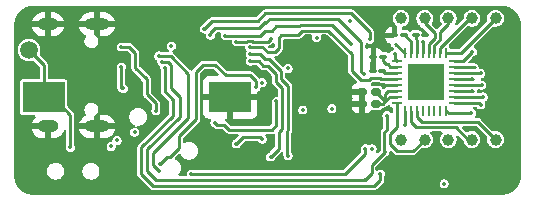
<source format=gbr>
%TF.GenerationSoftware,KiCad,Pcbnew,9.0.4*%
%TF.CreationDate,2025-08-29T23:53:31-07:00*%
%TF.ProjectId,WeatherPill,57656174-6865-4725-9069-6c6c2e6b6963,rev?*%
%TF.SameCoordinates,Original*%
%TF.FileFunction,Copper,L4,Bot*%
%TF.FilePolarity,Positive*%
%FSLAX46Y46*%
G04 Gerber Fmt 4.6, Leading zero omitted, Abs format (unit mm)*
G04 Created by KiCad (PCBNEW 9.0.4) date 2025-08-29 23:53:31*
%MOMM*%
%LPD*%
G01*
G04 APERTURE LIST*
G04 Aperture macros list*
%AMRoundRect*
0 Rectangle with rounded corners*
0 $1 Rounding radius*
0 $2 $3 $4 $5 $6 $7 $8 $9 X,Y pos of 4 corners*
0 Add a 4 corners polygon primitive as box body*
4,1,4,$2,$3,$4,$5,$6,$7,$8,$9,$2,$3,0*
0 Add four circle primitives for the rounded corners*
1,1,$1+$1,$2,$3*
1,1,$1+$1,$4,$5*
1,1,$1+$1,$6,$7*
1,1,$1+$1,$8,$9*
0 Add four rect primitives between the rounded corners*
20,1,$1+$1,$2,$3,$4,$5,0*
20,1,$1+$1,$4,$5,$6,$7,0*
20,1,$1+$1,$6,$7,$8,$9,0*
20,1,$1+$1,$8,$9,$2,$3,0*%
G04 Aperture macros list end*
%TA.AperFunction,ComponentPad*%
%ADD10C,1.000000*%
%TD*%
%TA.AperFunction,ComponentPad*%
%ADD11O,2.100000X1.000000*%
%TD*%
%TA.AperFunction,ComponentPad*%
%ADD12O,1.800000X1.000000*%
%TD*%
%TA.AperFunction,SMDPad,CuDef*%
%ADD13RoundRect,0.100000X0.217500X0.100000X-0.217500X0.100000X-0.217500X-0.100000X0.217500X-0.100000X0*%
%TD*%
%TA.AperFunction,SMDPad,CuDef*%
%ADD14RoundRect,0.100000X-0.217500X-0.100000X0.217500X-0.100000X0.217500X0.100000X-0.217500X0.100000X0*%
%TD*%
%TA.AperFunction,SMDPad,CuDef*%
%ADD15RoundRect,0.062500X-0.375000X-0.062500X0.375000X-0.062500X0.375000X0.062500X-0.375000X0.062500X0*%
%TD*%
%TA.AperFunction,SMDPad,CuDef*%
%ADD16RoundRect,0.062500X-0.062500X-0.375000X0.062500X-0.375000X0.062500X0.375000X-0.062500X0.375000X0*%
%TD*%
%TA.AperFunction,HeatsinkPad*%
%ADD17R,3.100000X3.100000*%
%TD*%
%TA.AperFunction,SMDPad,CuDef*%
%ADD18RoundRect,0.160000X0.222500X0.160000X-0.222500X0.160000X-0.222500X-0.160000X0.222500X-0.160000X0*%
%TD*%
%TA.AperFunction,SMDPad,CuDef*%
%ADD19R,3.600000X2.600000*%
%TD*%
%TA.AperFunction,SMDPad,CuDef*%
%ADD20C,1.500000*%
%TD*%
%TA.AperFunction,ViaPad*%
%ADD21C,0.350000*%
%TD*%
%TA.AperFunction,Conductor*%
%ADD22C,0.250000*%
%TD*%
G04 APERTURE END LIST*
D10*
%TO.P,L1,1,1*%
%TO.N,SEG0*%
X51750000Y-67575000D03*
%TO.P,L1,2,2*%
%TO.N,SEG1*%
X53750000Y-67575000D03*
%TO.P,L1,3,3*%
%TO.N,SEG2*%
X55750000Y-67575000D03*
%TO.P,L1,4,4*%
%TO.N,SEG3*%
X57750000Y-67575000D03*
%TO.P,L1,5,5*%
%TO.N,SEG4*%
X59750000Y-67575000D03*
%TO.P,L1,6,6*%
%TO.N,SEG5*%
X51750000Y-77825000D03*
%TO.P,L1,7,7*%
%TO.N,COM3*%
X53750000Y-77825000D03*
%TO.P,L1,8,8*%
%TO.N,COM2*%
X55750000Y-77825000D03*
%TO.P,L1,9,9*%
%TO.N,COM1*%
X57750000Y-77825000D03*
%TO.P,L1,10,10*%
%TO.N,COM0*%
X59750000Y-77825000D03*
%TD*%
D11*
%TO.P,J2,SH1,SHELL_GND*%
%TO.N,GND*%
X26024000Y-68070000D03*
%TO.P,J2,SH2,SHELL_GND__1*%
X26024000Y-76710000D03*
D12*
%TO.P,J2,SH3,SHELL_GND__2*%
X21844000Y-68070000D03*
%TO.P,J2,SH4,SHELL_GND__3*%
X21844000Y-76710000D03*
%TD*%
D13*
%TO.P,R24,1*%
%TO.N,Net-(U2-PORE)*%
X52007500Y-69000000D03*
%TO.P,R24,2*%
%TO.N,GND*%
X51192500Y-69000000D03*
%TD*%
%TO.P,R22,1*%
%TO.N,Net-(U2-A0)*%
X50175000Y-72000000D03*
%TO.P,R22,2*%
%TO.N,GND*%
X49360000Y-72000000D03*
%TD*%
D14*
%TO.P,R23,1*%
%TO.N,Net-(U2-A1)*%
X52992500Y-69000000D03*
%TO.P,R23,2*%
%TO.N,GND*%
X53807500Y-69000000D03*
%TD*%
D15*
%TO.P,U2,1,COM3*%
%TO.N,COM3*%
X51392500Y-74720000D03*
%TO.P,U2,2,VLCD*%
%TO.N,V_BUS_ZONE_1*%
X51392500Y-74220000D03*
%TO.P,U2,3,VDD*%
X51392500Y-73720000D03*
%TO.P,U2,4,VSS*%
%TO.N,GND*%
X51392500Y-73220000D03*
%TO.P,U2,5,_RST*%
%TO.N,~{DISP_RST}*%
X51392500Y-72720000D03*
%TO.P,U2,6,A0*%
%TO.N,Net-(U2-A0)*%
X51392500Y-72220000D03*
%TO.P,U2,7,CLK*%
%TO.N,Net-(U2-CLK)*%
X51392500Y-71720000D03*
%TO.P,U2,8,SCL*%
%TO.N,SCL_1*%
X51392500Y-71220000D03*
D16*
%TO.P,U2,9,_CE*%
%TO.N,Net-(U2-_CE)*%
X52080000Y-70532500D03*
%TO.P,U2,10,PORE*%
%TO.N,Net-(U2-PORE)*%
X52580000Y-70532500D03*
%TO.P,U2,11,A1*%
%TO.N,Net-(U2-A1)*%
X53080000Y-70532500D03*
%TO.P,U2,12,SEG0*%
%TO.N,SEG0*%
X53580000Y-70532500D03*
%TO.P,U2,13,SEG1*%
%TO.N,SEG1*%
X54080000Y-70532500D03*
%TO.P,U2,14,SEG2*%
%TO.N,SEG2*%
X54580000Y-70532500D03*
%TO.P,U2,15,SEG3*%
%TO.N,SEG3*%
X55080000Y-70532500D03*
%TO.P,U2,16,SEG4*%
%TO.N,SEG4*%
X55580000Y-70532500D03*
D15*
%TO.P,U2,17,SEG5*%
%TO.N,SEG5*%
X56267500Y-71220000D03*
%TO.P,U2,18,SEG6*%
%TO.N,unconnected-(U2-SEG6-Pad18)*%
X56267500Y-71720000D03*
%TO.P,U2,19,SEG7*%
%TO.N,unconnected-(U2-SEG7-Pad19)*%
X56267500Y-72220000D03*
%TO.P,U2,20,SEG8*%
%TO.N,unconnected-(U2-SEG8-Pad20)*%
X56267500Y-72720000D03*
%TO.P,U2,21,SEG9*%
%TO.N,unconnected-(U2-SEG9-Pad21)*%
X56267500Y-73220000D03*
%TO.P,U2,22,SEG10*%
%TO.N,unconnected-(U2-SEG10-Pad22)*%
X56267500Y-73720000D03*
%TO.P,U2,23,SEG11*%
%TO.N,unconnected-(U2-SEG11-Pad23)*%
X56267500Y-74220000D03*
%TO.P,U2,24,SEG12*%
%TO.N,unconnected-(U2-SEG12-Pad24)*%
X56267500Y-74720000D03*
D16*
%TO.P,U2,25,SEG13*%
%TO.N,unconnected-(U2-SEG13-Pad25)*%
X55580000Y-75407500D03*
%TO.P,U2,26,SEG14*%
%TO.N,unconnected-(U2-SEG14-Pad26)*%
X55080000Y-75407500D03*
%TO.P,U2,27,SEG15*%
%TO.N,unconnected-(U2-SEG15-Pad27)*%
X54580000Y-75407500D03*
%TO.P,U2,28,SEG16*%
%TO.N,unconnected-(U2-SEG16-Pad28)*%
X54080000Y-75407500D03*
%TO.P,U2,29,SEG17*%
%TO.N,unconnected-(U2-SEG17-Pad29)*%
X53580000Y-75407500D03*
%TO.P,U2,30,COM0*%
%TO.N,COM0*%
X53080000Y-75407500D03*
%TO.P,U2,31,COM1*%
%TO.N,COM1*%
X52580000Y-75407500D03*
%TO.P,U2,32,COM2*%
%TO.N,COM2*%
X52080000Y-75407500D03*
D17*
%TO.P,U2,33*%
%TO.N,N/C*%
X53830000Y-72970000D03*
%TD*%
D18*
%TO.P,C15,1*%
%TO.N,V_BUS_ZONE_1*%
X49602500Y-73800000D03*
%TO.P,C15,2*%
%TO.N,GND*%
X48457500Y-73800000D03*
%TD*%
D19*
%TO.P,BT1,N*%
%TO.N,GND*%
X37290000Y-74250000D03*
%TO.P,BT1,P*%
%TO.N,Net-(BT1-PadP)*%
X21500000Y-74250000D03*
%TD*%
D18*
%TO.P,C16,1*%
%TO.N,V_BUS_ZONE_1*%
X49602500Y-74800000D03*
%TO.P,C16,2*%
%TO.N,GND*%
X48457500Y-74800000D03*
%TD*%
D20*
%TO.P,TP1,1,1*%
%TO.N,Net-(BT1-PadP)*%
X20250000Y-70250000D03*
%TD*%
D13*
%TO.P,R21,1*%
%TO.N,Net-(U2-CLK)*%
X50207500Y-70800000D03*
%TO.P,R21,2*%
%TO.N,GND*%
X49392500Y-70800000D03*
%TD*%
D21*
%TO.N,V_BUS_3V*%
X45900000Y-75200000D03*
X27200000Y-78400000D03*
X40000000Y-73000000D03*
X27700000Y-77900000D03*
X32306250Y-69893750D03*
X29200000Y-77200000D03*
%TO.N,GND*%
X28750000Y-78250000D03*
X49422500Y-71600000D03*
X53241054Y-68358946D03*
X47400000Y-74200000D03*
X36500000Y-71000000D03*
X30250000Y-69500000D03*
X40400000Y-72600000D03*
X33000000Y-79500000D03*
X35350000Y-72250000D03*
X33600000Y-67000000D03*
X34028211Y-77881273D03*
X30000000Y-74800000D03*
X38200000Y-76500000D03*
X43000000Y-74177500D03*
X36425000Y-73325000D03*
X43800000Y-71400000D03*
X29250000Y-67500000D03*
X40600000Y-78000000D03*
X44000000Y-76800000D03*
X29250000Y-82000000D03*
X40849804Y-69950196D03*
X29737266Y-73246645D03*
X45400000Y-72800000D03*
X28500000Y-75750000D03*
X27500000Y-80500000D03*
X20250000Y-76750000D03*
X30000000Y-71400000D03*
X50000000Y-68800000D03*
X42500000Y-69500000D03*
X39400000Y-74200000D03*
X50200000Y-73200000D03*
%TO.N,SDA_1*%
X31750000Y-71750000D03*
X50000000Y-80750000D03*
%TO.N,SCL_1*%
X50375000Y-78875000D03*
X48695000Y-81250000D03*
X51200000Y-70600000D03*
X31500000Y-71250000D03*
X50546446Y-75800000D03*
%TO.N,CS_1*%
X37800000Y-69532502D03*
X40706777Y-69303223D03*
%TO.N,CS_2*%
X36868813Y-69032502D03*
X47500000Y-69725000D03*
%TO.N,V_USB*%
X31000000Y-75400000D03*
X28080000Y-69990000D03*
X30125000Y-72625000D03*
%TO.N,BTN_1*%
X40700000Y-79300000D03*
X39000000Y-71200000D03*
%TO.N,BTN_2*%
X42200000Y-79200000D03*
X39000000Y-70600000D03*
%TO.N,V_BUS_ZONE_1*%
X43427500Y-75322500D03*
X44600000Y-69200000D03*
X50400000Y-74600000D03*
X49293756Y-78614959D03*
X42200000Y-71800000D03*
X47400000Y-67800000D03*
X55400000Y-81572501D03*
%TO.N,CONTROL_ZONE_1*%
X36000000Y-76405084D03*
X41200000Y-74600000D03*
%TO.N,NRST*%
X39465002Y-73400000D03*
X31367169Y-79879025D03*
%TO.N,USB_D-*%
X28071501Y-71696554D03*
X28250000Y-73500000D03*
%TO.N,HDC_DRDY*%
X31250000Y-70750000D03*
X34000000Y-80750000D03*
X31250000Y-80500000D03*
X48736181Y-78600000D03*
%TO.N,SDO_1*%
X35100000Y-68456095D03*
X49100000Y-69357108D03*
%TO.N,SDI_1*%
X35600000Y-69000000D03*
X40208692Y-67951000D03*
X48582875Y-72284290D03*
%TO.N,Net-(D1-PadA)*%
X40000000Y-77800000D03*
X37800000Y-78200000D03*
%TO.N,Net-(BT1-PadP)*%
X23750000Y-78500000D03*
%TO.N,SEG0*%
X53600000Y-69600000D03*
%TO.N,unconnected-(U2-SEG8-Pad20)*%
X57800000Y-72720000D03*
%TO.N,SEG5*%
X57800000Y-70400000D03*
%TO.N,unconnected-(U2-SEG10-Pad22)*%
X57800000Y-73720000D03*
%TO.N,~{DISP_RST}*%
X38950000Y-70000000D03*
%TO.N,unconnected-(U2-SEG12-Pad24)*%
X58500000Y-74900000D03*
%TO.N,unconnected-(U2-SEG13-Pad25)*%
X57700000Y-75600000D03*
%TO.N,unconnected-(U2-SEG9-Pad21)*%
X58580000Y-73220000D03*
%TO.N,unconnected-(U2-SEG11-Pad23)*%
X58700000Y-74220000D03*
%TO.N,unconnected-(U2-SEG7-Pad19)*%
X58500000Y-72220000D03*
%TO.N,COM2*%
X52080000Y-76600000D03*
%TD*%
D22*
%TO.N,GND*%
X50639521Y-73251000D02*
X50251000Y-73251000D01*
X50639521Y-73251000D02*
X50651000Y-73251000D01*
X53356108Y-68474000D02*
X53474000Y-68474000D01*
X53241054Y-68358946D02*
X53356108Y-68474000D01*
X51392500Y-73220000D02*
X50670521Y-73220000D01*
X50670521Y-73220000D02*
X50639521Y-73251000D01*
X53474000Y-68474000D02*
X53866000Y-68866000D01*
X53866000Y-68866000D02*
X53866000Y-68983892D01*
X49422500Y-71600000D02*
X49422500Y-71937500D01*
X49422500Y-71600000D02*
X49422500Y-70830000D01*
X50251000Y-73251000D02*
X50200000Y-73200000D01*
%TO.N,SDA_1*%
X30750000Y-81750000D02*
X29750000Y-80750000D01*
X49292479Y-81751000D02*
X49291479Y-81750000D01*
X49291479Y-81750000D02*
X30750000Y-81750000D01*
X29750000Y-80750000D02*
X29750000Y-78500000D01*
X49499000Y-81751000D02*
X49292479Y-81751000D01*
X32451000Y-74451000D02*
X31750000Y-73750000D01*
X50000000Y-81250000D02*
X49499000Y-81751000D01*
X50000000Y-80750000D02*
X50000000Y-81250000D01*
X29750000Y-78500000D02*
X32451000Y-75799000D01*
X31750000Y-73750000D02*
X31750000Y-71750000D01*
X32451000Y-75799000D02*
X32451000Y-74451000D01*
%TO.N,SCL_1*%
X33000000Y-75887810D02*
X33000000Y-74250000D01*
X50349000Y-78901000D02*
X50349000Y-77213190D01*
X32250000Y-73500000D02*
X32250000Y-71500000D01*
X49250000Y-80000000D02*
X50375000Y-78875000D01*
X32000000Y-71250000D02*
X31500000Y-71250000D01*
X50375000Y-78875000D02*
X50349000Y-78901000D01*
X31000000Y-81250000D02*
X30250000Y-80500000D01*
X51392500Y-71220000D02*
X51200000Y-71027500D01*
X33000000Y-74250000D02*
X32250000Y-73500000D01*
X30250000Y-78637810D02*
X33000000Y-75887810D01*
X48695000Y-81250000D02*
X31000000Y-81250000D01*
X32250000Y-71500000D02*
X32000000Y-71250000D01*
X30250000Y-80500000D02*
X30250000Y-78637810D01*
X50349000Y-77213190D02*
X50546446Y-77015744D01*
X49250000Y-80695000D02*
X49250000Y-80000000D01*
X50546446Y-77015744D02*
X50546446Y-75800000D01*
X48695000Y-81250000D02*
X49250000Y-80695000D01*
X51200000Y-71027500D02*
X51200000Y-70600000D01*
%TO.N,CS_1*%
X39157521Y-69499000D02*
X39191023Y-69532502D01*
X38708977Y-69532502D02*
X38742479Y-69499000D01*
X39191023Y-69532502D02*
X40477498Y-69532502D01*
X40477498Y-69532502D02*
X40706777Y-69303223D01*
X38742479Y-69499000D02*
X39157521Y-69499000D01*
X37800000Y-69532502D02*
X38708977Y-69532502D01*
%TO.N,CS_2*%
X40800000Y-68600000D02*
X41200000Y-68200000D01*
X40268212Y-68600000D02*
X40800000Y-68600000D01*
X43162190Y-68200000D02*
X43213190Y-68149000D01*
X45924000Y-68149000D02*
X47500000Y-69725000D01*
X36868813Y-69032502D02*
X39835710Y-69032502D01*
X43213190Y-68149000D02*
X45924000Y-68149000D01*
X41200000Y-68200000D02*
X43162190Y-68200000D01*
X39835710Y-69032502D02*
X40268212Y-68600000D01*
%TO.N,V_USB*%
X29250000Y-71750000D02*
X29250000Y-70500000D01*
X31000000Y-74750000D02*
X30250000Y-74000000D01*
X31000000Y-75400000D02*
X31000000Y-74750000D01*
X30250000Y-72750000D02*
X30125000Y-72625000D01*
X30250000Y-74000000D02*
X30250000Y-72750000D01*
X30125000Y-72625000D02*
X29250000Y-71750000D01*
X28740000Y-69990000D02*
X28080000Y-69990000D01*
X29250000Y-70500000D02*
X28740000Y-69990000D01*
%TO.N,BTN_1*%
X41149000Y-72949000D02*
X41701000Y-73501000D01*
X40100000Y-71600000D02*
X40500000Y-71600000D01*
X41400000Y-78600000D02*
X40700000Y-79300000D01*
X39000000Y-71200000D02*
X39700000Y-71200000D01*
X41400000Y-77202669D02*
X41400000Y-78600000D01*
X39700000Y-71200000D02*
X40100000Y-71600000D01*
X41149000Y-72249000D02*
X41149000Y-72949000D01*
X41701000Y-76901669D02*
X41400000Y-77202669D01*
X41701000Y-73501000D02*
X41701000Y-76901669D01*
X40500000Y-71600000D02*
X41149000Y-72249000D01*
%TO.N,BTN_2*%
X39800000Y-70600000D02*
X40200000Y-71000000D01*
X42200000Y-77040479D02*
X42099000Y-77141479D01*
X41600000Y-72000000D02*
X41600000Y-72700000D01*
X40600000Y-71000000D02*
X41600000Y-72000000D01*
X40200000Y-71000000D02*
X40600000Y-71000000D01*
X42099000Y-79099000D02*
X42200000Y-79200000D01*
X42200000Y-73300000D02*
X42200000Y-77040479D01*
X39000000Y-70600000D02*
X39800000Y-70600000D01*
X42099000Y-77141479D02*
X42099000Y-79099000D01*
X41600000Y-72700000D02*
X42200000Y-73300000D01*
%TO.N,V_BUS_ZONE_1*%
X50780000Y-74220000D02*
X51392500Y-74220000D01*
X50400000Y-74600000D02*
X50200000Y-74800000D01*
X50200000Y-74800000D02*
X49602500Y-74800000D01*
X50400000Y-74000000D02*
X50400000Y-74600000D01*
X50400000Y-74600000D02*
X50400000Y-74597500D01*
X50400000Y-74597500D02*
X49602500Y-73800000D01*
X51392500Y-73720000D02*
X50680000Y-73720000D01*
X50400000Y-74600000D02*
X50780000Y-74220000D01*
X50680000Y-73720000D02*
X50400000Y-74000000D01*
%TO.N,CONTROL_ZONE_1*%
X41200000Y-76600000D02*
X40800000Y-77000000D01*
X41200000Y-74600000D02*
X41200000Y-76600000D01*
X40800000Y-77000000D02*
X37200000Y-77000000D01*
X36800000Y-76600000D02*
X36194916Y-76600000D01*
X36194916Y-76600000D02*
X36000000Y-76405084D01*
X37200000Y-77000000D02*
X36800000Y-76600000D01*
%TO.N,NRST*%
X34400000Y-72100000D02*
X34400000Y-76100000D01*
X36900000Y-72400000D02*
X36000000Y-71500000D01*
X32944159Y-77555841D02*
X32944159Y-78555841D01*
X35000000Y-71500000D02*
X34400000Y-72100000D01*
X32157815Y-79342185D02*
X31904009Y-79342185D01*
X34400000Y-76100000D02*
X32944159Y-77555841D01*
X39465002Y-72865002D02*
X39000000Y-72400000D01*
X39000000Y-72400000D02*
X36900000Y-72400000D01*
X36000000Y-71500000D02*
X35000000Y-71500000D01*
X31904009Y-79342185D02*
X31367169Y-79879025D01*
X39465002Y-73400000D02*
X39465002Y-72865002D01*
X32944159Y-78555841D02*
X32157815Y-79342185D01*
%TO.N,USB_D-*%
X28071501Y-71696554D02*
X28071501Y-73428499D01*
X28143002Y-73500000D02*
X28250000Y-73500000D01*
X28071501Y-73428499D02*
X28143002Y-73500000D01*
%TO.N,HDC_DRDY*%
X30750000Y-80000000D02*
X30750000Y-79000000D01*
X33750000Y-72250000D02*
X32250000Y-70750000D01*
X30750000Y-79000000D02*
X33750000Y-76000000D01*
X31250000Y-80500000D02*
X30750000Y-80000000D01*
X33750000Y-76000000D02*
X33750000Y-72250000D01*
X48736181Y-79013819D02*
X47000000Y-80750000D01*
X32250000Y-70750000D02*
X31250000Y-70750000D01*
X48736181Y-78600000D02*
X48736181Y-79013819D01*
X47000000Y-80750000D02*
X34000000Y-80750000D01*
%TO.N,SDO_1*%
X47549000Y-67149000D02*
X49100000Y-68700000D01*
X35756095Y-67800000D02*
X39600000Y-67800000D01*
X40251000Y-67149000D02*
X47549000Y-67149000D01*
X39600000Y-67800000D02*
X40251000Y-67149000D01*
X49100000Y-68700000D02*
X49100000Y-69357108D01*
X35100000Y-68456095D02*
X35756095Y-67800000D01*
%TO.N,SDI_1*%
X48400000Y-72100000D02*
X48400000Y-69600000D01*
X35600000Y-69000000D02*
X35600000Y-68800000D01*
X48582875Y-72282875D02*
X48400000Y-72100000D01*
X48400000Y-69600000D02*
X46400000Y-67600000D01*
X35600000Y-68800000D02*
X36000000Y-68400000D01*
X40257693Y-67992307D02*
X40257693Y-68000001D01*
X39702000Y-68400000D02*
X40151000Y-67951000D01*
X36000000Y-68400000D02*
X39702000Y-68400000D01*
X40257693Y-68000001D02*
X40208692Y-67951000D01*
X48582875Y-72284290D02*
X48582875Y-72282875D01*
X46400000Y-67600000D02*
X40650000Y-67600000D01*
X40650000Y-67600000D02*
X40257693Y-67992307D01*
X40151000Y-67951000D02*
X40208692Y-67951000D01*
%TO.N,Net-(D1-PadA)*%
X38400000Y-77600000D02*
X39800000Y-77600000D01*
X39800000Y-77600000D02*
X40000000Y-77800000D01*
X37800000Y-78200000D02*
X38400000Y-77600000D01*
%TO.N,Net-(BT1-PadP)*%
X22250000Y-74250000D02*
X23750000Y-75750000D01*
X21500000Y-71500000D02*
X20250000Y-70250000D01*
X21500000Y-74250000D02*
X21500000Y-71500000D01*
X23750000Y-75750000D02*
X23750000Y-78500000D01*
%TO.N,Net-(U2-CLK)*%
X50920000Y-71720000D02*
X50871000Y-71671000D01*
X50207500Y-71207500D02*
X50207500Y-70800000D01*
X50445154Y-71445154D02*
X50207500Y-71207500D01*
X50854846Y-71671000D02*
X50629000Y-71445154D01*
X50629000Y-71445154D02*
X50445154Y-71445154D01*
X50871000Y-71671000D02*
X50854846Y-71671000D01*
X51392500Y-71720000D02*
X50920000Y-71720000D01*
%TO.N,Net-(U2-A0)*%
X50175000Y-72000000D02*
X50375000Y-72200000D01*
X50375000Y-72200000D02*
X50397500Y-72200000D01*
X50397500Y-72200000D02*
X50417500Y-72220000D01*
X50417500Y-72220000D02*
X51392500Y-72220000D01*
%TO.N,Net-(U2-A1)*%
X53080000Y-69397190D02*
X52992500Y-69309690D01*
X53080000Y-70532500D02*
X53080000Y-69397190D01*
X52992500Y-69309690D02*
X52992500Y-69000000D01*
%TO.N,Net-(U2-PORE)*%
X52045000Y-69000000D02*
X52580000Y-69535000D01*
X52580000Y-69535000D02*
X52580000Y-70532500D01*
%TO.N,Net-(U2-_CE)*%
X51247500Y-69700000D02*
X51200000Y-69700000D01*
X52080000Y-70532500D02*
X51247500Y-69700000D01*
%TO.N,SEG0*%
X53600000Y-70023846D02*
X53580000Y-70043846D01*
X53580000Y-70043846D02*
X53580000Y-70532500D01*
X53600000Y-69600000D02*
X53600000Y-70023846D01*
%TO.N,unconnected-(U2-SEG8-Pad20)*%
X56267500Y-72720000D02*
X57800000Y-72720000D01*
X57800000Y-72720000D02*
X57820000Y-72700000D01*
%TO.N,SEG5*%
X56267500Y-71220000D02*
X56980000Y-71220000D01*
X56980000Y-71220000D02*
X57800000Y-70400000D01*
%TO.N,COM1*%
X52580000Y-75407500D02*
X52580000Y-76380000D01*
X56400000Y-76800000D02*
X57425000Y-77825000D01*
X52580000Y-76380000D02*
X53000000Y-76800000D01*
X53000000Y-76800000D02*
X56400000Y-76800000D01*
%TO.N,unconnected-(U2-SEG10-Pad22)*%
X56267500Y-73720000D02*
X57800000Y-73720000D01*
X57800000Y-73720000D02*
X57820000Y-73720000D01*
%TO.N,~{DISP_RST}*%
X48391479Y-72800000D02*
X49000000Y-72800000D01*
X47600000Y-70600000D02*
X47600000Y-72008521D01*
X47600000Y-72008521D02*
X48391479Y-72800000D01*
X49000000Y-72800000D02*
X49200000Y-72600000D01*
X41400000Y-69200000D02*
X41600000Y-69000000D01*
X40000000Y-70000000D02*
X40451196Y-70451196D01*
X50854846Y-72671000D02*
X50903846Y-72720000D01*
X41400000Y-70108521D02*
X41400000Y-69200000D01*
X50071000Y-72671000D02*
X50854846Y-72671000D01*
X45600000Y-68600000D02*
X47600000Y-70600000D01*
X50903846Y-72720000D02*
X51392500Y-72720000D01*
X43400000Y-68600000D02*
X45600000Y-68600000D01*
X40451196Y-70451196D02*
X41057325Y-70451196D01*
X43000000Y-69000000D02*
X43400000Y-68600000D01*
X50000000Y-72600000D02*
X50071000Y-72671000D01*
X38950000Y-70000000D02*
X40000000Y-70000000D01*
X49200000Y-72600000D02*
X50000000Y-72600000D01*
X41057325Y-70451196D02*
X41400000Y-70108521D01*
X41600000Y-69000000D02*
X43000000Y-69000000D01*
%TO.N,SEG3*%
X55080000Y-70532500D02*
X55080000Y-70043846D01*
X55080000Y-70043846D02*
X57548846Y-67575000D01*
%TO.N,unconnected-(U2-SEG12-Pad24)*%
X58500000Y-74900000D02*
X58320000Y-74720000D01*
X58320000Y-74720000D02*
X56267500Y-74720000D01*
%TO.N,SEG2*%
X55051000Y-69386810D02*
X54580000Y-69857810D01*
X55051000Y-68749000D02*
X55051000Y-69386810D01*
X54580000Y-69857810D02*
X54580000Y-70532500D01*
X55750000Y-68050000D02*
X55051000Y-68749000D01*
X55750000Y-67575000D02*
X55750000Y-68050000D01*
%TO.N,SEG4*%
X56792500Y-70532500D02*
X59750000Y-67575000D01*
X55580000Y-70532500D02*
X56792500Y-70532500D01*
%TO.N,SEG1*%
X53750000Y-67950000D02*
X54600000Y-68800000D01*
X54101000Y-70511500D02*
X54080000Y-70532500D01*
X53750000Y-67575000D02*
X53750000Y-67950000D01*
X54600000Y-68800000D02*
X54600000Y-69200000D01*
X54101000Y-69699000D02*
X54101000Y-70511500D01*
X54600000Y-69200000D02*
X54101000Y-69699000D01*
%TO.N,unconnected-(U2-SEG13-Pad25)*%
X55580000Y-75407500D02*
X55772500Y-75600000D01*
X55772500Y-75600000D02*
X57700000Y-75600000D01*
%TO.N,unconnected-(U2-SEG6-Pad18)*%
X56267500Y-71720000D02*
X57980000Y-71720000D01*
%TO.N,unconnected-(U2-SEG9-Pad21)*%
X56267500Y-73220000D02*
X58580000Y-73220000D01*
%TO.N,unconnected-(U2-SEG11-Pad23)*%
X56267500Y-74220000D02*
X58700000Y-74220000D01*
%TO.N,unconnected-(U2-SEG7-Pad19)*%
X58500000Y-72220000D02*
X56267500Y-72220000D01*
%TO.N,COM2*%
X52080000Y-75407500D02*
X52080000Y-76600000D01*
%TO.N,COM0*%
X53080000Y-75896154D02*
X53532846Y-76349000D01*
X58274000Y-76349000D02*
X59750000Y-77825000D01*
X53532846Y-76349000D02*
X58274000Y-76349000D01*
X53080000Y-75407500D02*
X53080000Y-75896154D01*
%TO.N,COM3*%
X50800000Y-77400000D02*
X50800000Y-78200000D01*
X50800000Y-78200000D02*
X51400000Y-78800000D01*
X52775000Y-78800000D02*
X53750000Y-77825000D01*
X51392500Y-76807500D02*
X50800000Y-77400000D01*
X51392500Y-74720000D02*
X51392500Y-76807500D01*
X51400000Y-78800000D02*
X52775000Y-78800000D01*
%TD*%
%TA.AperFunction,Conductor*%
%TO.N,GND*%
G36*
X49887435Y-72950112D02*
G01*
X49908234Y-72962120D01*
X49908235Y-72962120D01*
X49942273Y-72981773D01*
X50027094Y-73004500D01*
X50114906Y-73004500D01*
X50328893Y-73004500D01*
X50395932Y-73024185D01*
X50420966Y-73053076D01*
X50421329Y-73052759D01*
X50458374Y-73095000D01*
X51268500Y-73095000D01*
X51277185Y-73097550D01*
X51286147Y-73096262D01*
X51310187Y-73107240D01*
X51335539Y-73114685D01*
X51341466Y-73121525D01*
X51349703Y-73125287D01*
X51363992Y-73147521D01*
X51381294Y-73167489D01*
X51383581Y-73178003D01*
X51387477Y-73184065D01*
X51392500Y-73219000D01*
X51392500Y-73221000D01*
X51372815Y-73288039D01*
X51320011Y-73333794D01*
X51268500Y-73345000D01*
X50458373Y-73345000D01*
X50464932Y-73394818D01*
X50464344Y-73398582D01*
X50465677Y-73402153D01*
X50459002Y-73432838D01*
X50454166Y-73463853D01*
X50451401Y-73467784D01*
X50450827Y-73470427D01*
X50429677Y-73498682D01*
X50413133Y-73515226D01*
X50413130Y-73515229D01*
X50375443Y-73552915D01*
X50314119Y-73586400D01*
X50244428Y-73581414D01*
X50188495Y-73539542D01*
X50176367Y-73519701D01*
X50129050Y-73422913D01*
X50129048Y-73422911D01*
X50129048Y-73422910D01*
X50042088Y-73335950D01*
X49931602Y-73281936D01*
X49913692Y-73279327D01*
X49859971Y-73271500D01*
X49859965Y-73271500D01*
X49345027Y-73271500D01*
X49318215Y-73275407D01*
X49306098Y-73273687D01*
X49294201Y-73276550D01*
X49272154Y-73268871D01*
X49249038Y-73265592D01*
X49238150Y-73257029D01*
X49228218Y-73253570D01*
X49202722Y-73229165D01*
X49200069Y-73225778D01*
X49174226Y-73160864D01*
X49187581Y-73092282D01*
X49210004Y-73061636D01*
X49266867Y-73004774D01*
X49266867Y-73004773D01*
X49266869Y-73004772D01*
X49301822Y-72969819D01*
X49363145Y-72936334D01*
X49389503Y-72933500D01*
X49825436Y-72933500D01*
X49887435Y-72950112D01*
G37*
%TD.AperFunction*%
%TA.AperFunction,Conductor*%
G36*
X41014426Y-69652130D02*
G01*
X41057617Y-69707051D01*
X41066500Y-69753138D01*
X41066500Y-69919017D01*
X41057856Y-69948453D01*
X41051333Y-69978443D01*
X41047577Y-69983460D01*
X41046815Y-69986056D01*
X41030182Y-70006698D01*
X40955504Y-70081377D01*
X40894181Y-70114862D01*
X40867822Y-70117696D01*
X40640699Y-70117696D01*
X40573660Y-70098011D01*
X40553020Y-70081379D01*
X40547140Y-70075499D01*
X40528345Y-70056704D01*
X40494859Y-69995384D01*
X40499842Y-69925692D01*
X40541713Y-69869757D01*
X40583932Y-69849248D01*
X40606225Y-69843275D01*
X40648145Y-69819072D01*
X40682272Y-69799369D01*
X40744365Y-69737276D01*
X40744365Y-69737274D01*
X40754568Y-69727072D01*
X40754572Y-69727066D01*
X40785204Y-69696434D01*
X40840793Y-69664341D01*
X40854802Y-69660588D01*
X40880501Y-69645750D01*
X40948399Y-69629278D01*
X41014426Y-69652130D01*
G37*
%TD.AperFunction*%
%TA.AperFunction,Conductor*%
G36*
X60304418Y-66500816D02*
G01*
X60501338Y-66514900D01*
X60511866Y-66516108D01*
X60554997Y-66522939D01*
X60561919Y-66524239D01*
X60731734Y-66561180D01*
X60743649Y-66564403D01*
X60776846Y-66575189D01*
X60781837Y-66576930D01*
X60953736Y-66641045D01*
X60966661Y-66646726D01*
X60978263Y-66652638D01*
X60981255Y-66654217D01*
X61156974Y-66750166D01*
X61171848Y-66759724D01*
X61340353Y-66885866D01*
X61353723Y-66897452D01*
X61502547Y-67046276D01*
X61514133Y-67059646D01*
X61640271Y-67228146D01*
X61649835Y-67243029D01*
X61649836Y-67243031D01*
X61745751Y-67418686D01*
X61747388Y-67421787D01*
X61753265Y-67433322D01*
X61758959Y-67446277D01*
X61823067Y-67618159D01*
X61824815Y-67623171D01*
X61835588Y-67656324D01*
X61838824Y-67668287D01*
X61875755Y-67838060D01*
X61877062Y-67845021D01*
X61883888Y-67888120D01*
X61885099Y-67898670D01*
X61899184Y-68095582D01*
X61899500Y-68104429D01*
X61899500Y-80895570D01*
X61899184Y-80904417D01*
X61885099Y-81101328D01*
X61883888Y-81111878D01*
X61877062Y-81154977D01*
X61875755Y-81161938D01*
X61838824Y-81331711D01*
X61835588Y-81343674D01*
X61824815Y-81376827D01*
X61823067Y-81381839D01*
X61758959Y-81553721D01*
X61753261Y-81566683D01*
X61753260Y-81566685D01*
X61747394Y-81578197D01*
X61745743Y-81581326D01*
X61649838Y-81756965D01*
X61640273Y-81771850D01*
X61514133Y-81940353D01*
X61502547Y-81953723D01*
X61353723Y-82102547D01*
X61340353Y-82114133D01*
X61171850Y-82240273D01*
X61156968Y-82249836D01*
X61156965Y-82249838D01*
X60981326Y-82345743D01*
X60978197Y-82347394D01*
X60966685Y-82353260D01*
X60953721Y-82358959D01*
X60781839Y-82423067D01*
X60776827Y-82424815D01*
X60743674Y-82435588D01*
X60731711Y-82438824D01*
X60561938Y-82475755D01*
X60554977Y-82477062D01*
X60511878Y-82483888D01*
X60501328Y-82485099D01*
X60304418Y-82499184D01*
X60295571Y-82499500D01*
X20604429Y-82499500D01*
X20595582Y-82499184D01*
X20398670Y-82485099D01*
X20388120Y-82483888D01*
X20345021Y-82477062D01*
X20338060Y-82475755D01*
X20168287Y-82438824D01*
X20156324Y-82435588D01*
X20123171Y-82424815D01*
X20118159Y-82423067D01*
X19946277Y-82358959D01*
X19933322Y-82353265D01*
X19921787Y-82347388D01*
X19918686Y-82345751D01*
X19918671Y-82345743D01*
X19743029Y-82249835D01*
X19728146Y-82240271D01*
X19559646Y-82114133D01*
X19546276Y-82102547D01*
X19397452Y-81953723D01*
X19385866Y-81940353D01*
X19326908Y-81861594D01*
X19259724Y-81771848D01*
X19250166Y-81756974D01*
X19154217Y-81581255D01*
X19152638Y-81578263D01*
X19146726Y-81566661D01*
X19141045Y-81553736D01*
X19076930Y-81381837D01*
X19075183Y-81376827D01*
X19064403Y-81343649D01*
X19061180Y-81331734D01*
X19024239Y-81161919D01*
X19022939Y-81154997D01*
X19016108Y-81111866D01*
X19014900Y-81101338D01*
X19000816Y-80904417D01*
X19000500Y-80895572D01*
X19000500Y-80424442D01*
X21779600Y-80424442D01*
X21779600Y-80566357D01*
X21807282Y-80705525D01*
X21807284Y-80705533D01*
X21861588Y-80836633D01*
X21861593Y-80836643D01*
X21940428Y-80954627D01*
X21940431Y-80954631D01*
X22040768Y-81054968D01*
X22040772Y-81054971D01*
X22158756Y-81133806D01*
X22158760Y-81133808D01*
X22158763Y-81133810D01*
X22289867Y-81188116D01*
X22380251Y-81206094D01*
X22429042Y-81215799D01*
X22429046Y-81215800D01*
X22429047Y-81215800D01*
X22570954Y-81215800D01*
X22570955Y-81215799D01*
X22710133Y-81188116D01*
X22841237Y-81133810D01*
X22959228Y-81054971D01*
X23059571Y-80954628D01*
X23138410Y-80836637D01*
X23192716Y-80705533D01*
X23220400Y-80566353D01*
X23220400Y-80424447D01*
X23220399Y-80424442D01*
X24779600Y-80424442D01*
X24779600Y-80566357D01*
X24807282Y-80705525D01*
X24807284Y-80705533D01*
X24861588Y-80836633D01*
X24861593Y-80836643D01*
X24940428Y-80954627D01*
X24940431Y-80954631D01*
X25040768Y-81054968D01*
X25040772Y-81054971D01*
X25158756Y-81133806D01*
X25158760Y-81133808D01*
X25158763Y-81133810D01*
X25289867Y-81188116D01*
X25380251Y-81206094D01*
X25429042Y-81215799D01*
X25429046Y-81215800D01*
X25429047Y-81215800D01*
X25570954Y-81215800D01*
X25570955Y-81215799D01*
X25710133Y-81188116D01*
X25841237Y-81133810D01*
X25959228Y-81054971D01*
X26059571Y-80954628D01*
X26138410Y-80836637D01*
X26192716Y-80705533D01*
X26220400Y-80566353D01*
X26220400Y-80424447D01*
X26192716Y-80285267D01*
X26138410Y-80154163D01*
X26138408Y-80154160D01*
X26138406Y-80154156D01*
X26059571Y-80036172D01*
X26059568Y-80036168D01*
X25959231Y-79935831D01*
X25959227Y-79935828D01*
X25841243Y-79856993D01*
X25841233Y-79856988D01*
X25710133Y-79802684D01*
X25710125Y-79802682D01*
X25570957Y-79775000D01*
X25570953Y-79775000D01*
X25429047Y-79775000D01*
X25429042Y-79775000D01*
X25289874Y-79802682D01*
X25289866Y-79802684D01*
X25158766Y-79856988D01*
X25158756Y-79856993D01*
X25040772Y-79935828D01*
X25040768Y-79935831D01*
X24940431Y-80036168D01*
X24940428Y-80036172D01*
X24861593Y-80154156D01*
X24861588Y-80154166D01*
X24807284Y-80285266D01*
X24807282Y-80285274D01*
X24779600Y-80424442D01*
X23220399Y-80424442D01*
X23192716Y-80285267D01*
X23138410Y-80154163D01*
X23138408Y-80154160D01*
X23138406Y-80154156D01*
X23059571Y-80036172D01*
X23059568Y-80036168D01*
X22959231Y-79935831D01*
X22959227Y-79935828D01*
X22841243Y-79856993D01*
X22841233Y-79856988D01*
X22710133Y-79802684D01*
X22710125Y-79802682D01*
X22570957Y-79775000D01*
X22570953Y-79775000D01*
X22429047Y-79775000D01*
X22429042Y-79775000D01*
X22289874Y-79802682D01*
X22289866Y-79802684D01*
X22158766Y-79856988D01*
X22158756Y-79856993D01*
X22040772Y-79935828D01*
X22040768Y-79935831D01*
X21940431Y-80036168D01*
X21940428Y-80036172D01*
X21861593Y-80154156D01*
X21861588Y-80154166D01*
X21807284Y-80285266D01*
X21807282Y-80285274D01*
X21779600Y-80424442D01*
X19000500Y-80424442D01*
X19000500Y-70155591D01*
X19291500Y-70155591D01*
X19291500Y-70344408D01*
X19328332Y-70529576D01*
X19328334Y-70529584D01*
X19400586Y-70704017D01*
X19400591Y-70704026D01*
X19505483Y-70861007D01*
X19505486Y-70861011D01*
X19638988Y-70994513D01*
X19638992Y-70994516D01*
X19795973Y-71099408D01*
X19795979Y-71099411D01*
X19795980Y-71099412D01*
X19970416Y-71171666D01*
X20086791Y-71194814D01*
X20155591Y-71208499D01*
X20155595Y-71208500D01*
X20155596Y-71208500D01*
X20344405Y-71208500D01*
X20344406Y-71208499D01*
X20529584Y-71171666D01*
X20573558Y-71153450D01*
X20643025Y-71145982D01*
X20705505Y-71177256D01*
X20708691Y-71180331D01*
X21130181Y-71601821D01*
X21163666Y-71663144D01*
X21166500Y-71689502D01*
X21166500Y-72617500D01*
X21146815Y-72684539D01*
X21094011Y-72730294D01*
X21042500Y-72741500D01*
X19679465Y-72741500D01*
X19618646Y-72753597D01*
X19549679Y-72799679D01*
X19503596Y-72868647D01*
X19503595Y-72868648D01*
X19491500Y-72929458D01*
X19491500Y-75570534D01*
X19503597Y-75631353D01*
X19549679Y-75700320D01*
X19618647Y-75746403D01*
X19618648Y-75746404D01*
X19659097Y-75754449D01*
X19679463Y-75758500D01*
X20681925Y-75758499D01*
X20748962Y-75778183D01*
X20794717Y-75830987D01*
X20804661Y-75900146D01*
X20775636Y-75963702D01*
X20769605Y-75970180D01*
X20667248Y-76072537D01*
X20557814Y-76236315D01*
X20557807Y-76236328D01*
X20482430Y-76418307D01*
X20482430Y-76418309D01*
X20474138Y-76460000D01*
X21277012Y-76460000D01*
X21259795Y-76469940D01*
X21203940Y-76525795D01*
X21164444Y-76594204D01*
X21144000Y-76670504D01*
X21144000Y-76749496D01*
X21164444Y-76825796D01*
X21203940Y-76894205D01*
X21259795Y-76950060D01*
X21277012Y-76960000D01*
X20474138Y-76960000D01*
X20482430Y-77001690D01*
X20482430Y-77001692D01*
X20557807Y-77183671D01*
X20557814Y-77183684D01*
X20667248Y-77347462D01*
X20667251Y-77347466D01*
X20806533Y-77486748D01*
X20806537Y-77486751D01*
X20970315Y-77596185D01*
X20970328Y-77596192D01*
X21152306Y-77671569D01*
X21152318Y-77671572D01*
X21345504Y-77709999D01*
X21345508Y-77710000D01*
X21594000Y-77710000D01*
X21594000Y-77010000D01*
X22094000Y-77010000D01*
X22094000Y-77710000D01*
X22342492Y-77710000D01*
X22342495Y-77709999D01*
X22535681Y-77671572D01*
X22535693Y-77671569D01*
X22717671Y-77596192D01*
X22717684Y-77596185D01*
X22881462Y-77486751D01*
X22881466Y-77486748D01*
X23020748Y-77347466D01*
X23020751Y-77347462D01*
X23130185Y-77183684D01*
X23130192Y-77183671D01*
X23177939Y-77068399D01*
X23221779Y-77013995D01*
X23288074Y-76991930D01*
X23355773Y-77009209D01*
X23403384Y-77060346D01*
X23416500Y-77115851D01*
X23416500Y-78277413D01*
X23399889Y-78339410D01*
X23392636Y-78351972D01*
X23392635Y-78351973D01*
X23385008Y-78380438D01*
X23366500Y-78449511D01*
X23366500Y-78550489D01*
X23392635Y-78648025D01*
X23443124Y-78735474D01*
X23514526Y-78806876D01*
X23601975Y-78857365D01*
X23699511Y-78883500D01*
X23699514Y-78883500D01*
X23800486Y-78883500D01*
X23800489Y-78883500D01*
X23898025Y-78857365D01*
X23985474Y-78806876D01*
X24056876Y-78735474D01*
X24107365Y-78648025D01*
X24133500Y-78550489D01*
X24133500Y-78449511D01*
X24107365Y-78351975D01*
X24105942Y-78349511D01*
X26816500Y-78349511D01*
X26816500Y-78450489D01*
X26842635Y-78548025D01*
X26893124Y-78635474D01*
X26964526Y-78706876D01*
X27051975Y-78757365D01*
X27149511Y-78783500D01*
X27149514Y-78783500D01*
X27250486Y-78783500D01*
X27250489Y-78783500D01*
X27348025Y-78757365D01*
X27435474Y-78706876D01*
X27506876Y-78635474D01*
X27557365Y-78548025D01*
X27581998Y-78456094D01*
X29416499Y-78456094D01*
X29416499Y-78553895D01*
X29416500Y-78553908D01*
X29416500Y-80698481D01*
X29416499Y-80698499D01*
X29416499Y-80706094D01*
X29416499Y-80793906D01*
X29424489Y-80823726D01*
X29438068Y-80874405D01*
X29439227Y-80878727D01*
X29447257Y-80892635D01*
X29483133Y-80954774D01*
X29545226Y-81016867D01*
X29545228Y-81016868D01*
X30545226Y-82016867D01*
X30621274Y-82060773D01*
X30706094Y-82083501D01*
X30706096Y-82083501D01*
X30801503Y-82083501D01*
X30801519Y-82083500D01*
X49232850Y-82083500D01*
X49233428Y-82083501D01*
X49245045Y-82083555D01*
X49248572Y-82084500D01*
X49248573Y-82084500D01*
X49447845Y-82084500D01*
X49448060Y-82084501D01*
X49455094Y-82084501D01*
X49542904Y-82084501D01*
X49542906Y-82084501D01*
X49627727Y-82061773D01*
X49642762Y-82053091D01*
X49664817Y-82040359D01*
X49664818Y-82040357D01*
X49674765Y-82034615D01*
X49703774Y-82017867D01*
X49765867Y-81955774D01*
X49765868Y-81955771D01*
X50194564Y-81527075D01*
X50194569Y-81527071D01*
X50199628Y-81522012D01*
X55016500Y-81522012D01*
X55016500Y-81622990D01*
X55042635Y-81720526D01*
X55093124Y-81807975D01*
X55164526Y-81879377D01*
X55251975Y-81929866D01*
X55349511Y-81956001D01*
X55349514Y-81956001D01*
X55450486Y-81956001D01*
X55450489Y-81956001D01*
X55548025Y-81929866D01*
X55635474Y-81879377D01*
X55706876Y-81807975D01*
X55757365Y-81720526D01*
X55783500Y-81622990D01*
X55783500Y-81522012D01*
X55757365Y-81424476D01*
X55706876Y-81337027D01*
X55635474Y-81265625D01*
X55548025Y-81215136D01*
X55450489Y-81189001D01*
X55349511Y-81189001D01*
X55251975Y-81215136D01*
X55251973Y-81215136D01*
X55251973Y-81215137D01*
X55164526Y-81265625D01*
X55164523Y-81265627D01*
X55093126Y-81337024D01*
X55093124Y-81337027D01*
X55046663Y-81417500D01*
X55042635Y-81424476D01*
X55016500Y-81522012D01*
X50199628Y-81522012D01*
X50204772Y-81516867D01*
X50204774Y-81516867D01*
X50266867Y-81454774D01*
X50299631Y-81398025D01*
X50310773Y-81378727D01*
X50333501Y-81293906D01*
X50333501Y-81206094D01*
X50333501Y-81198499D01*
X50333500Y-81198481D01*
X50333500Y-80972586D01*
X50350114Y-80910584D01*
X50350881Y-80909255D01*
X50357365Y-80898025D01*
X50383500Y-80800489D01*
X50383500Y-80699511D01*
X50357365Y-80601975D01*
X50306876Y-80514526D01*
X50235474Y-80443124D01*
X50148025Y-80392635D01*
X50050489Y-80366500D01*
X49949511Y-80366500D01*
X49851975Y-80392635D01*
X49769500Y-80440252D01*
X49763598Y-80441684D01*
X49759011Y-80445659D01*
X49730048Y-80449823D01*
X49701601Y-80456725D01*
X49695862Y-80454738D01*
X49689853Y-80455603D01*
X49663232Y-80443445D01*
X49635573Y-80433873D01*
X49631819Y-80429100D01*
X49626297Y-80426578D01*
X49610474Y-80401956D01*
X49592383Y-80378952D01*
X49590966Y-80371601D01*
X49588523Y-80367800D01*
X49583500Y-80332865D01*
X49583500Y-80189501D01*
X49603185Y-80122462D01*
X49619815Y-80101824D01*
X50453427Y-79268211D01*
X50509016Y-79236118D01*
X50523025Y-79232365D01*
X50610474Y-79181876D01*
X50681876Y-79110474D01*
X50732365Y-79023025D01*
X50758500Y-78925489D01*
X50758500Y-78925485D01*
X50759561Y-78917429D01*
X50761952Y-78917743D01*
X50764738Y-78908256D01*
X50766318Y-78886168D01*
X50774390Y-78875384D01*
X50778185Y-78862463D01*
X50794918Y-78847963D01*
X50808190Y-78830235D01*
X50820810Y-78825527D01*
X50830989Y-78816708D01*
X50852906Y-78813556D01*
X50873654Y-78805818D01*
X50886814Y-78808680D01*
X50900147Y-78806764D01*
X50920290Y-78815963D01*
X50941927Y-78820670D01*
X50959652Y-78833938D01*
X50963703Y-78835789D01*
X50970181Y-78841821D01*
X51128792Y-79000432D01*
X51128802Y-79000443D01*
X51133132Y-79004773D01*
X51133133Y-79004774D01*
X51195226Y-79066867D01*
X51195228Y-79066868D01*
X51195229Y-79066869D01*
X51235658Y-79090210D01*
X51235660Y-79090212D01*
X51235661Y-79090212D01*
X51271273Y-79110773D01*
X51356094Y-79133500D01*
X52723482Y-79133500D01*
X52723498Y-79133501D01*
X52731094Y-79133501D01*
X52818904Y-79133501D01*
X52818906Y-79133501D01*
X52903727Y-79110773D01*
X52939339Y-79090212D01*
X52979774Y-79066867D01*
X53041867Y-79004774D01*
X53041868Y-79004771D01*
X53493994Y-78552644D01*
X53555315Y-78519161D01*
X53605863Y-78518710D01*
X53680217Y-78533499D01*
X53680218Y-78533500D01*
X53680219Y-78533500D01*
X53819782Y-78533500D01*
X53819783Y-78533499D01*
X53956662Y-78506273D01*
X54085601Y-78452864D01*
X54201642Y-78375328D01*
X54300328Y-78276642D01*
X54377864Y-78160601D01*
X54431273Y-78031662D01*
X54458500Y-77894781D01*
X54458500Y-77755219D01*
X54431273Y-77618338D01*
X54377864Y-77489399D01*
X54377862Y-77489396D01*
X54377860Y-77489392D01*
X54300328Y-77373358D01*
X54300325Y-77373354D01*
X54272152Y-77345181D01*
X54238667Y-77283858D01*
X54243651Y-77214166D01*
X54285523Y-77158233D01*
X54350987Y-77133816D01*
X54359833Y-77133500D01*
X55140167Y-77133500D01*
X55207206Y-77153185D01*
X55252961Y-77205989D01*
X55262905Y-77275147D01*
X55233880Y-77338703D01*
X55227848Y-77345181D01*
X55199674Y-77373354D01*
X55199671Y-77373358D01*
X55122139Y-77489392D01*
X55122134Y-77489402D01*
X55068727Y-77618337D01*
X55068725Y-77618345D01*
X55041500Y-77755214D01*
X55041500Y-77894785D01*
X55068725Y-78031654D01*
X55068727Y-78031662D01*
X55122134Y-78160597D01*
X55122139Y-78160607D01*
X55199671Y-78276641D01*
X55199674Y-78276645D01*
X55298354Y-78375325D01*
X55298358Y-78375328D01*
X55414392Y-78452860D01*
X55414396Y-78452862D01*
X55414399Y-78452864D01*
X55543338Y-78506273D01*
X55680214Y-78533499D01*
X55680218Y-78533500D01*
X55680219Y-78533500D01*
X55819782Y-78533500D01*
X55819783Y-78533499D01*
X55956662Y-78506273D01*
X56085601Y-78452864D01*
X56201642Y-78375328D01*
X56300328Y-78276642D01*
X56377864Y-78160601D01*
X56431273Y-78031662D01*
X56458500Y-77894781D01*
X56458500Y-77755219D01*
X56456535Y-77745342D01*
X56432700Y-77625510D01*
X56438927Y-77555918D01*
X56481790Y-77500741D01*
X56547680Y-77477497D01*
X56615677Y-77493565D01*
X56641998Y-77513638D01*
X57019460Y-77891100D01*
X57052945Y-77952423D01*
X57053396Y-77954590D01*
X57068725Y-78031654D01*
X57068727Y-78031662D01*
X57122134Y-78160597D01*
X57122139Y-78160607D01*
X57199671Y-78276641D01*
X57199674Y-78276645D01*
X57298354Y-78375325D01*
X57298358Y-78375328D01*
X57414392Y-78452860D01*
X57414396Y-78452862D01*
X57414399Y-78452864D01*
X57543338Y-78506273D01*
X57680214Y-78533499D01*
X57680218Y-78533500D01*
X57680219Y-78533500D01*
X57819782Y-78533500D01*
X57819783Y-78533499D01*
X57956662Y-78506273D01*
X58085601Y-78452864D01*
X58201642Y-78375328D01*
X58300328Y-78276642D01*
X58377864Y-78160601D01*
X58431273Y-78031662D01*
X58458500Y-77894781D01*
X58458500Y-77755219D01*
X58431273Y-77618338D01*
X58377864Y-77489399D01*
X58377862Y-77489396D01*
X58377860Y-77489392D01*
X58300328Y-77373358D01*
X58300325Y-77373354D01*
X58201645Y-77274674D01*
X58201641Y-77274671D01*
X58085607Y-77197139D01*
X58085597Y-77197134D01*
X57956662Y-77143727D01*
X57956654Y-77143725D01*
X57819785Y-77116500D01*
X57819781Y-77116500D01*
X57680219Y-77116500D01*
X57680214Y-77116500D01*
X57543345Y-77143725D01*
X57543337Y-77143727D01*
X57414400Y-77197135D01*
X57411714Y-77198930D01*
X57410091Y-77199437D01*
X57409029Y-77200006D01*
X57408921Y-77199804D01*
X57345036Y-77219805D01*
X57277657Y-77201318D01*
X57255146Y-77183506D01*
X56965821Y-76894181D01*
X56932336Y-76832858D01*
X56937320Y-76763166D01*
X56979192Y-76707233D01*
X57044656Y-76682816D01*
X57053502Y-76682500D01*
X58084498Y-76682500D01*
X58151537Y-76702185D01*
X58172179Y-76718819D01*
X59022353Y-77568993D01*
X59055838Y-77630316D01*
X59056289Y-77680865D01*
X59041500Y-77755214D01*
X59041500Y-77894785D01*
X59068725Y-78031654D01*
X59068727Y-78031662D01*
X59122134Y-78160597D01*
X59122139Y-78160607D01*
X59199671Y-78276641D01*
X59199674Y-78276645D01*
X59298354Y-78375325D01*
X59298358Y-78375328D01*
X59414392Y-78452860D01*
X59414396Y-78452862D01*
X59414399Y-78452864D01*
X59543338Y-78506273D01*
X59680214Y-78533499D01*
X59680218Y-78533500D01*
X59680219Y-78533500D01*
X59819782Y-78533500D01*
X59819783Y-78533499D01*
X59956662Y-78506273D01*
X60085601Y-78452864D01*
X60201642Y-78375328D01*
X60300328Y-78276642D01*
X60377864Y-78160601D01*
X60431273Y-78031662D01*
X60458500Y-77894781D01*
X60458500Y-77755219D01*
X60431273Y-77618338D01*
X60377864Y-77489399D01*
X60377862Y-77489396D01*
X60377860Y-77489392D01*
X60300328Y-77373358D01*
X60300325Y-77373354D01*
X60201645Y-77274674D01*
X60201641Y-77274671D01*
X60085607Y-77197139D01*
X60085597Y-77197134D01*
X59956662Y-77143727D01*
X59956654Y-77143725D01*
X59819785Y-77116500D01*
X59819781Y-77116500D01*
X59680219Y-77116500D01*
X59680214Y-77116500D01*
X59605865Y-77131289D01*
X59536273Y-77125062D01*
X59493993Y-77097353D01*
X58552920Y-76156280D01*
X58540868Y-76144228D01*
X58540867Y-76144226D01*
X58478774Y-76082133D01*
X58417054Y-76046499D01*
X58402727Y-76038227D01*
X58317906Y-76015499D01*
X58230094Y-76015499D01*
X58222498Y-76015499D01*
X58222482Y-76015500D01*
X58117712Y-76015500D01*
X58050673Y-75995815D01*
X58004918Y-75943011D01*
X57994974Y-75873853D01*
X58010323Y-75829501D01*
X58057365Y-75748025D01*
X58083500Y-75650489D01*
X58083500Y-75549511D01*
X58057365Y-75451975D01*
X58006876Y-75364526D01*
X57935474Y-75293124D01*
X57921206Y-75284886D01*
X57919098Y-75282675D01*
X57916168Y-75281815D01*
X57895154Y-75257564D01*
X57872991Y-75234320D01*
X57872412Y-75231318D01*
X57870413Y-75229011D01*
X57865845Y-75197247D01*
X57859768Y-75165713D01*
X57860903Y-75162876D01*
X57860469Y-75159853D01*
X57873801Y-75130657D01*
X57885736Y-75100848D01*
X57888225Y-75099075D01*
X57889494Y-75096297D01*
X57916496Y-75078943D01*
X57942650Y-75060320D01*
X57946477Y-75059676D01*
X57948272Y-75058523D01*
X57983207Y-75053500D01*
X58074205Y-75053500D01*
X58141244Y-75073185D01*
X58181591Y-75115499D01*
X58193124Y-75135474D01*
X58264526Y-75206876D01*
X58351975Y-75257365D01*
X58449511Y-75283500D01*
X58449514Y-75283500D01*
X58550486Y-75283500D01*
X58550489Y-75283500D01*
X58648025Y-75257365D01*
X58735474Y-75206876D01*
X58806876Y-75135474D01*
X58857365Y-75048025D01*
X58883500Y-74950489D01*
X58883500Y-74849511D01*
X58857365Y-74751975D01*
X58841421Y-74724359D01*
X58824948Y-74656463D01*
X58847799Y-74590435D01*
X58886806Y-74554974D01*
X58935474Y-74526876D01*
X59006876Y-74455474D01*
X59057365Y-74368025D01*
X59083500Y-74270489D01*
X59083500Y-74169511D01*
X59057365Y-74071975D01*
X59006876Y-73984526D01*
X58935474Y-73913124D01*
X58848025Y-73862635D01*
X58750489Y-73836500D01*
X58702793Y-73836500D01*
X58654209Y-73822234D01*
X58649550Y-73828210D01*
X58625396Y-73839650D01*
X58618246Y-73844512D01*
X58613829Y-73846060D01*
X58551975Y-73862635D01*
X58529383Y-73875678D01*
X58518453Y-73879512D01*
X58499910Y-73880471D01*
X58477414Y-73886500D01*
X58307500Y-73886500D01*
X58240461Y-73866815D01*
X58194706Y-73814011D01*
X58183500Y-73762500D01*
X58183500Y-73677500D01*
X58203185Y-73610461D01*
X58255989Y-73564706D01*
X58307500Y-73553500D01*
X58357414Y-73553500D01*
X58372903Y-73557650D01*
X58386650Y-73556996D01*
X58419416Y-73570114D01*
X58431975Y-73577365D01*
X58529511Y-73603500D01*
X58529514Y-73603500D01*
X58577207Y-73603500D01*
X58591288Y-73607634D01*
X58605944Y-73606876D01*
X58624138Y-73617280D01*
X58628772Y-73618641D01*
X58667858Y-73593523D01*
X58670649Y-73592738D01*
X58728025Y-73577365D01*
X58815474Y-73526876D01*
X58886876Y-73455474D01*
X58937365Y-73368025D01*
X58963500Y-73270489D01*
X58963500Y-73169511D01*
X58937365Y-73071975D01*
X58886876Y-72984526D01*
X58815474Y-72913124D01*
X58728025Y-72862635D01*
X58630489Y-72836500D01*
X58622793Y-72836500D01*
X58555754Y-72816815D01*
X58509999Y-72764011D01*
X58500055Y-72694853D01*
X58529080Y-72631297D01*
X58587858Y-72593523D01*
X58590649Y-72592738D01*
X58648025Y-72577365D01*
X58735474Y-72526876D01*
X58806876Y-72455474D01*
X58857365Y-72368025D01*
X58883500Y-72270489D01*
X58883500Y-72169511D01*
X58857365Y-72071975D01*
X58806876Y-71984526D01*
X58735474Y-71913124D01*
X58648025Y-71862635D01*
X58550489Y-71836500D01*
X58449511Y-71836500D01*
X58441384Y-71836500D01*
X58441384Y-71834034D01*
X58384640Y-71825180D01*
X58332389Y-71778795D01*
X58313500Y-71713011D01*
X58313500Y-71676096D01*
X58313500Y-71676094D01*
X58290773Y-71591274D01*
X58246867Y-71515226D01*
X58184774Y-71453133D01*
X58108726Y-71409227D01*
X58023906Y-71386500D01*
X58023905Y-71386500D01*
X57584502Y-71386500D01*
X57517463Y-71366815D01*
X57471708Y-71314011D01*
X57461764Y-71244853D01*
X57490789Y-71181297D01*
X57496821Y-71174819D01*
X57778318Y-70893321D01*
X57878427Y-70793211D01*
X57934016Y-70761118D01*
X57948025Y-70757365D01*
X58035474Y-70706876D01*
X58106876Y-70635474D01*
X58157365Y-70548025D01*
X58183500Y-70450489D01*
X58183500Y-70349511D01*
X58157365Y-70251975D01*
X58106876Y-70164526D01*
X58035474Y-70093124D01*
X57964968Y-70052417D01*
X57916754Y-70001851D01*
X57903532Y-69933243D01*
X57929500Y-69868379D01*
X57939281Y-69857358D01*
X59493995Y-68302644D01*
X59555316Y-68269161D01*
X59605863Y-68268710D01*
X59680217Y-68283499D01*
X59680218Y-68283500D01*
X59680219Y-68283500D01*
X59819782Y-68283500D01*
X59819783Y-68283499D01*
X59956662Y-68256273D01*
X60085601Y-68202864D01*
X60201642Y-68125328D01*
X60300328Y-68026642D01*
X60377864Y-67910601D01*
X60431273Y-67781662D01*
X60458500Y-67644781D01*
X60458500Y-67505219D01*
X60431273Y-67368338D01*
X60377864Y-67239399D01*
X60377862Y-67239396D01*
X60377860Y-67239392D01*
X60300328Y-67123358D01*
X60300325Y-67123354D01*
X60201645Y-67024674D01*
X60201641Y-67024671D01*
X60085607Y-66947139D01*
X60085597Y-66947134D01*
X59956662Y-66893727D01*
X59956654Y-66893725D01*
X59819785Y-66866500D01*
X59819781Y-66866500D01*
X59680219Y-66866500D01*
X59680214Y-66866500D01*
X59543345Y-66893725D01*
X59543337Y-66893727D01*
X59414402Y-66947134D01*
X59414392Y-66947139D01*
X59298358Y-67024671D01*
X59298354Y-67024674D01*
X59199674Y-67123354D01*
X59199671Y-67123358D01*
X59122139Y-67239392D01*
X59122134Y-67239402D01*
X59068727Y-67368337D01*
X59068725Y-67368345D01*
X59041500Y-67505214D01*
X59041500Y-67505218D01*
X59041500Y-67505219D01*
X59041500Y-67644781D01*
X59042413Y-67649369D01*
X59056289Y-67719134D01*
X59050060Y-67788726D01*
X59022352Y-67831005D01*
X56690679Y-70162681D01*
X56629356Y-70196166D01*
X56602998Y-70199000D01*
X56028828Y-70199000D01*
X55961789Y-70179315D01*
X55920467Y-70135282D01*
X55911007Y-70118277D01*
X55897776Y-70051761D01*
X55837880Y-69962120D01*
X55816003Y-69947502D01*
X55801441Y-69921326D01*
X55800077Y-69915288D01*
X55796108Y-69910539D01*
X55792473Y-69881611D01*
X55786052Y-69853172D01*
X55788169Y-69847355D01*
X55787398Y-69841214D01*
X55799980Y-69814912D01*
X55809953Y-69787518D01*
X55814878Y-69783770D01*
X55817550Y-69778185D01*
X55822102Y-69773382D01*
X57340414Y-68255070D01*
X57401735Y-68221587D01*
X57471427Y-68226571D01*
X57475533Y-68228187D01*
X57543338Y-68256273D01*
X57648637Y-68277218D01*
X57680214Y-68283499D01*
X57680218Y-68283500D01*
X57680219Y-68283500D01*
X57819782Y-68283500D01*
X57819783Y-68283499D01*
X57956662Y-68256273D01*
X58085601Y-68202864D01*
X58201642Y-68125328D01*
X58300328Y-68026642D01*
X58377864Y-67910601D01*
X58431273Y-67781662D01*
X58458500Y-67644781D01*
X58458500Y-67505219D01*
X58431273Y-67368338D01*
X58377864Y-67239399D01*
X58377862Y-67239396D01*
X58377860Y-67239392D01*
X58300328Y-67123358D01*
X58300325Y-67123354D01*
X58201645Y-67024674D01*
X58201641Y-67024671D01*
X58085607Y-66947139D01*
X58085597Y-66947134D01*
X57956662Y-66893727D01*
X57956654Y-66893725D01*
X57819785Y-66866500D01*
X57819781Y-66866500D01*
X57680219Y-66866500D01*
X57680214Y-66866500D01*
X57543345Y-66893725D01*
X57543337Y-66893727D01*
X57414402Y-66947134D01*
X57414392Y-66947139D01*
X57298358Y-67024671D01*
X57298354Y-67024674D01*
X57199674Y-67123354D01*
X57199671Y-67123358D01*
X57122139Y-67239392D01*
X57122134Y-67239402D01*
X57068727Y-67368337D01*
X57068725Y-67368345D01*
X57041500Y-67505214D01*
X57041500Y-67559344D01*
X57021815Y-67626383D01*
X57005181Y-67647025D01*
X56535652Y-68116553D01*
X56474329Y-68150038D01*
X56404637Y-68145054D01*
X56348704Y-68103182D01*
X56324287Y-68037718D01*
X56339139Y-67969445D01*
X56344870Y-67959980D01*
X56377859Y-67910609D01*
X56377860Y-67910606D01*
X56377864Y-67910601D01*
X56431273Y-67781662D01*
X56458500Y-67644781D01*
X56458500Y-67505219D01*
X56431273Y-67368338D01*
X56377864Y-67239399D01*
X56377862Y-67239396D01*
X56377860Y-67239392D01*
X56300328Y-67123358D01*
X56300325Y-67123354D01*
X56201645Y-67024674D01*
X56201641Y-67024671D01*
X56085607Y-66947139D01*
X56085597Y-66947134D01*
X55956662Y-66893727D01*
X55956654Y-66893725D01*
X55819785Y-66866500D01*
X55819781Y-66866500D01*
X55680219Y-66866500D01*
X55680214Y-66866500D01*
X55543345Y-66893725D01*
X55543337Y-66893727D01*
X55414402Y-66947134D01*
X55414392Y-66947139D01*
X55298358Y-67024671D01*
X55298354Y-67024674D01*
X55199674Y-67123354D01*
X55199671Y-67123358D01*
X55122139Y-67239392D01*
X55122134Y-67239402D01*
X55068727Y-67368337D01*
X55068725Y-67368345D01*
X55041500Y-67505214D01*
X55041500Y-67644785D01*
X55068725Y-67781654D01*
X55068727Y-67781662D01*
X55122134Y-67910597D01*
X55122139Y-67910607D01*
X55184008Y-68003200D01*
X55204886Y-68069878D01*
X55186401Y-68137258D01*
X55168587Y-68159772D01*
X54887680Y-68440678D01*
X54826357Y-68474163D01*
X54756665Y-68469179D01*
X54712318Y-68440678D01*
X54548858Y-68277218D01*
X54371467Y-68099826D01*
X54337982Y-68038503D01*
X54342966Y-67968811D01*
X54356047Y-67943253D01*
X54377859Y-67910609D01*
X54377860Y-67910606D01*
X54377864Y-67910601D01*
X54431273Y-67781662D01*
X54458500Y-67644781D01*
X54458500Y-67505219D01*
X54431273Y-67368338D01*
X54377864Y-67239399D01*
X54377862Y-67239396D01*
X54377860Y-67239392D01*
X54300328Y-67123358D01*
X54300325Y-67123354D01*
X54201645Y-67024674D01*
X54201641Y-67024671D01*
X54085607Y-66947139D01*
X54085597Y-66947134D01*
X53956662Y-66893727D01*
X53956654Y-66893725D01*
X53819785Y-66866500D01*
X53819781Y-66866500D01*
X53680219Y-66866500D01*
X53680214Y-66866500D01*
X53543345Y-66893725D01*
X53543337Y-66893727D01*
X53414402Y-66947134D01*
X53414392Y-66947139D01*
X53298358Y-67024671D01*
X53298354Y-67024674D01*
X53199674Y-67123354D01*
X53199671Y-67123358D01*
X53122139Y-67239392D01*
X53122134Y-67239402D01*
X53068727Y-67368337D01*
X53068725Y-67368345D01*
X53041500Y-67505214D01*
X53041500Y-67644785D01*
X53068725Y-67781654D01*
X53068727Y-67781662D01*
X53122134Y-67910597D01*
X53122139Y-67910607D01*
X53199671Y-68026641D01*
X53199674Y-68026645D01*
X53298355Y-68125326D01*
X53298358Y-68125328D01*
X53332776Y-68148325D01*
X53377582Y-68201937D01*
X53386289Y-68271262D01*
X53356135Y-68334290D01*
X53311341Y-68365988D01*
X53287413Y-68375899D01*
X53162075Y-68472075D01*
X53107663Y-68542987D01*
X53051235Y-68584189D01*
X53009287Y-68591500D01*
X52728932Y-68591500D01*
X52703143Y-68594492D01*
X52597634Y-68641079D01*
X52587681Y-68651033D01*
X52526358Y-68684518D01*
X52456666Y-68679534D01*
X52412319Y-68651033D01*
X52402365Y-68641079D01*
X52296856Y-68594492D01*
X52296857Y-68594492D01*
X52271067Y-68591500D01*
X52271064Y-68591500D01*
X51990713Y-68591500D01*
X51987280Y-68590492D01*
X51983797Y-68591307D01*
X51953999Y-68580719D01*
X51923674Y-68571815D01*
X51920341Y-68568760D01*
X51917959Y-68567914D01*
X51894208Y-68544807D01*
X51892617Y-68543349D01*
X51831251Y-68463984D01*
X51821291Y-68438503D01*
X51808181Y-68414493D01*
X51808757Y-68406434D01*
X51805816Y-68398909D01*
X51811213Y-68372089D01*
X51813165Y-68344801D01*
X51818006Y-68338333D01*
X51819601Y-68330412D01*
X51838643Y-68310766D01*
X51855037Y-68288868D01*
X51863549Y-68285071D01*
X51868230Y-68280243D01*
X51881160Y-68277218D01*
X51905153Y-68266518D01*
X51956662Y-68256273D01*
X52085601Y-68202864D01*
X52201642Y-68125328D01*
X52300328Y-68026642D01*
X52377864Y-67910601D01*
X52431273Y-67781662D01*
X52458500Y-67644781D01*
X52458500Y-67505219D01*
X52431273Y-67368338D01*
X52377864Y-67239399D01*
X52377862Y-67239396D01*
X52377860Y-67239392D01*
X52300328Y-67123358D01*
X52300325Y-67123354D01*
X52201645Y-67024674D01*
X52201641Y-67024671D01*
X52085607Y-66947139D01*
X52085597Y-66947134D01*
X51956662Y-66893727D01*
X51956654Y-66893725D01*
X51819785Y-66866500D01*
X51819781Y-66866500D01*
X51680219Y-66866500D01*
X51680214Y-66866500D01*
X51543345Y-66893725D01*
X51543337Y-66893727D01*
X51414402Y-66947134D01*
X51414392Y-66947139D01*
X51298358Y-67024671D01*
X51298354Y-67024674D01*
X51199674Y-67123354D01*
X51199671Y-67123358D01*
X51122139Y-67239392D01*
X51122134Y-67239402D01*
X51068727Y-67368337D01*
X51068725Y-67368345D01*
X51041500Y-67505214D01*
X51041500Y-67644785D01*
X51068725Y-67781654D01*
X51068727Y-67781662D01*
X51122134Y-67910597D01*
X51122139Y-67910607D01*
X51199671Y-68026641D01*
X51199674Y-68026645D01*
X51298355Y-68125326D01*
X51298358Y-68125328D01*
X51335339Y-68150038D01*
X51337390Y-68151408D01*
X51382196Y-68205020D01*
X51392500Y-68254511D01*
X51392500Y-68876000D01*
X51372815Y-68943039D01*
X51320011Y-68988794D01*
X51268500Y-69000000D01*
X51192500Y-69000000D01*
X51192500Y-69076000D01*
X51172815Y-69143039D01*
X51120011Y-69188794D01*
X51068500Y-69200000D01*
X50382990Y-69200000D01*
X50382988Y-69200001D01*
X50390442Y-69256627D01*
X50390444Y-69256633D01*
X50450899Y-69402585D01*
X50547075Y-69527924D01*
X50672413Y-69624100D01*
X50798125Y-69676171D01*
X50852529Y-69720011D01*
X50870447Y-69758637D01*
X50889227Y-69828726D01*
X50933133Y-69904774D01*
X50995226Y-69966867D01*
X51071274Y-70010773D01*
X51071275Y-70010773D01*
X51078312Y-70014836D01*
X51076880Y-70017315D01*
X51120509Y-70052479D01*
X51142568Y-70118775D01*
X51125284Y-70186473D01*
X51074142Y-70234080D01*
X51055955Y-70240986D01*
X51051975Y-70242634D01*
X50964526Y-70293124D01*
X50964523Y-70293126D01*
X50893126Y-70364523D01*
X50893122Y-70364529D01*
X50839476Y-70457444D01*
X50788908Y-70505658D01*
X50720301Y-70518880D01*
X50655437Y-70492911D01*
X50644409Y-70483123D01*
X50602365Y-70441079D01*
X50496856Y-70394492D01*
X50496857Y-70394492D01*
X50471067Y-70391500D01*
X50471064Y-70391500D01*
X50190713Y-70391500D01*
X50123674Y-70371815D01*
X50092337Y-70342987D01*
X50037924Y-70272075D01*
X49912586Y-70175899D01*
X49766634Y-70115445D01*
X49766630Y-70115444D01*
X49649330Y-70100000D01*
X49592500Y-70100000D01*
X49592500Y-71546138D01*
X49572815Y-71613177D01*
X49560000Y-71629079D01*
X49560000Y-71876000D01*
X49557449Y-71884685D01*
X49558738Y-71893647D01*
X49547759Y-71917687D01*
X49540315Y-71943039D01*
X49533474Y-71948966D01*
X49529713Y-71957203D01*
X49507478Y-71971492D01*
X49487511Y-71988794D01*
X49476996Y-71991081D01*
X49470935Y-71994977D01*
X49436000Y-72000000D01*
X49284000Y-72000000D01*
X49216961Y-71980315D01*
X49171206Y-71927511D01*
X49160000Y-71876000D01*
X49160000Y-71253862D01*
X49179685Y-71186823D01*
X49192500Y-71170920D01*
X49192500Y-70100000D01*
X49192499Y-70099999D01*
X49135676Y-70100000D01*
X49018371Y-70115442D01*
X49018366Y-70115444D01*
X48904952Y-70162421D01*
X48872327Y-70165928D01*
X48839853Y-70170598D01*
X48837765Y-70169644D01*
X48835482Y-70169890D01*
X48806139Y-70155201D01*
X48776297Y-70141573D01*
X48775055Y-70139641D01*
X48773003Y-70138614D01*
X48756264Y-70110400D01*
X48738523Y-70082795D01*
X48738087Y-70079764D01*
X48737352Y-70078525D01*
X48733500Y-70047860D01*
X48733500Y-69803110D01*
X48753185Y-69736071D01*
X48805989Y-69690316D01*
X48875147Y-69680372D01*
X48919499Y-69695723D01*
X48951975Y-69714473D01*
X49049511Y-69740608D01*
X49049514Y-69740608D01*
X49150486Y-69740608D01*
X49150489Y-69740608D01*
X49248025Y-69714473D01*
X49335474Y-69663984D01*
X49406876Y-69592582D01*
X49457365Y-69505133D01*
X49483500Y-69407597D01*
X49483500Y-69306619D01*
X49457365Y-69209083D01*
X49450111Y-69196518D01*
X49433500Y-69134521D01*
X49433500Y-68800000D01*
X50382987Y-68800000D01*
X50992500Y-68800000D01*
X50992500Y-68300000D01*
X50992499Y-68299999D01*
X50935676Y-68300000D01*
X50818371Y-68315442D01*
X50818366Y-68315444D01*
X50672414Y-68375899D01*
X50547075Y-68472075D01*
X50450899Y-68597413D01*
X50390444Y-68743368D01*
X50382987Y-68800000D01*
X49433500Y-68800000D01*
X49433500Y-68656092D01*
X49430236Y-68643909D01*
X49430236Y-68643910D01*
X49430235Y-68643906D01*
X49410773Y-68571273D01*
X49388752Y-68533133D01*
X49366867Y-68495226D01*
X49304774Y-68433133D01*
X49304771Y-68433131D01*
X47822937Y-66951297D01*
X47822935Y-66951294D01*
X47753773Y-66882132D01*
X47705561Y-66854298D01*
X47705561Y-66854297D01*
X47705557Y-66854296D01*
X47677727Y-66838227D01*
X47677726Y-66838226D01*
X47677725Y-66838226D01*
X47623951Y-66823817D01*
X47592906Y-66815499D01*
X47505094Y-66815499D01*
X47497498Y-66815499D01*
X47497482Y-66815500D01*
X40302518Y-66815500D01*
X40302502Y-66815499D01*
X40294906Y-66815499D01*
X40207094Y-66815499D01*
X40122271Y-66838227D01*
X40122270Y-66838227D01*
X40094439Y-66854297D01*
X40094438Y-66854298D01*
X40073303Y-66866500D01*
X40046227Y-66882132D01*
X40046224Y-66882134D01*
X39984131Y-66944228D01*
X39498179Y-67430181D01*
X39436856Y-67463666D01*
X39410498Y-67466500D01*
X35800001Y-67466500D01*
X35712188Y-67466500D01*
X35694372Y-67471274D01*
X35627369Y-67489227D01*
X35627367Y-67489227D01*
X35627367Y-67489228D01*
X35551322Y-67533132D01*
X35551319Y-67533134D01*
X35489226Y-67595228D01*
X35021571Y-68062882D01*
X34965987Y-68094975D01*
X34951975Y-68098729D01*
X34864526Y-68149219D01*
X34864523Y-68149221D01*
X34793126Y-68220618D01*
X34793124Y-68220621D01*
X34745767Y-68302646D01*
X34742635Y-68308070D01*
X34716500Y-68405606D01*
X34716500Y-68506584D01*
X34742635Y-68604120D01*
X34793124Y-68691569D01*
X34864526Y-68762971D01*
X34951975Y-68813460D01*
X35049511Y-68839595D01*
X35049514Y-68839595D01*
X35092500Y-68839595D01*
X35159539Y-68859280D01*
X35205294Y-68912084D01*
X35216500Y-68963595D01*
X35216500Y-69050489D01*
X35242635Y-69148025D01*
X35293124Y-69235474D01*
X35364526Y-69306876D01*
X35451975Y-69357365D01*
X35549511Y-69383500D01*
X35549514Y-69383500D01*
X35650486Y-69383500D01*
X35650489Y-69383500D01*
X35748025Y-69357365D01*
X35835474Y-69306876D01*
X35906876Y-69235474D01*
X35957365Y-69148025D01*
X35983500Y-69050489D01*
X35983500Y-68949511D01*
X35983500Y-68941383D01*
X35985160Y-68941383D01*
X35990270Y-68917888D01*
X35995102Y-68886884D01*
X35997872Y-68882943D01*
X35998449Y-68880293D01*
X36019600Y-68852039D01*
X36058180Y-68813460D01*
X36101822Y-68769818D01*
X36163146Y-68736334D01*
X36189503Y-68733500D01*
X36390302Y-68733500D01*
X36457341Y-68753185D01*
X36503096Y-68805989D01*
X36513040Y-68875147D01*
X36510077Y-68889593D01*
X36492234Y-68956185D01*
X36485313Y-68982013D01*
X36485313Y-69082991D01*
X36511448Y-69180527D01*
X36561937Y-69267976D01*
X36633339Y-69339378D01*
X36720788Y-69389867D01*
X36818324Y-69416002D01*
X36818327Y-69416002D01*
X36919299Y-69416002D01*
X36919302Y-69416002D01*
X37016838Y-69389867D01*
X37029397Y-69382616D01*
X37044886Y-69378465D01*
X37056464Y-69371025D01*
X37091399Y-69366002D01*
X37292500Y-69366002D01*
X37359539Y-69385687D01*
X37405294Y-69438491D01*
X37416500Y-69490002D01*
X37416500Y-69582991D01*
X37442635Y-69680527D01*
X37493124Y-69767976D01*
X37564526Y-69839378D01*
X37651975Y-69889867D01*
X37749511Y-69916002D01*
X37749514Y-69916002D01*
X37850486Y-69916002D01*
X37850489Y-69916002D01*
X37948025Y-69889867D01*
X37960584Y-69882616D01*
X38022586Y-69866002D01*
X38442500Y-69866002D01*
X38509539Y-69885687D01*
X38555294Y-69938491D01*
X38566500Y-69990002D01*
X38566500Y-70050489D01*
X38592635Y-70148025D01*
X38643124Y-70235474D01*
X38650284Y-70242634D01*
X38654781Y-70247131D01*
X38688264Y-70308455D01*
X38683278Y-70378147D01*
X38674484Y-70396810D01*
X38642636Y-70451971D01*
X38642635Y-70451975D01*
X38616500Y-70549511D01*
X38616500Y-70650489D01*
X38642635Y-70748025D01*
X38642636Y-70748028D01*
X38694582Y-70838000D01*
X38711055Y-70905900D01*
X38694582Y-70962000D01*
X38642636Y-71051971D01*
X38642635Y-71051975D01*
X38616500Y-71149511D01*
X38616500Y-71250489D01*
X38642635Y-71348025D01*
X38693124Y-71435474D01*
X38764526Y-71506876D01*
X38851975Y-71557365D01*
X38949511Y-71583500D01*
X38949514Y-71583500D01*
X39050486Y-71583500D01*
X39050489Y-71583500D01*
X39148025Y-71557365D01*
X39160584Y-71550114D01*
X39222586Y-71533500D01*
X39510498Y-71533500D01*
X39577537Y-71553185D01*
X39598179Y-71569819D01*
X39828792Y-71800432D01*
X39828802Y-71800443D01*
X39895227Y-71866868D01*
X39926088Y-71884685D01*
X39971274Y-71910773D01*
X40031555Y-71926925D01*
X40031557Y-71926925D01*
X40031558Y-71926926D01*
X40056089Y-71933499D01*
X40056093Y-71933500D01*
X40056094Y-71933500D01*
X40310498Y-71933500D01*
X40377537Y-71953185D01*
X40398179Y-71969819D01*
X40779181Y-72350821D01*
X40812666Y-72412144D01*
X40815500Y-72438502D01*
X40815500Y-72897481D01*
X40815499Y-72897499D01*
X40815499Y-72905094D01*
X40815499Y-72992906D01*
X40818606Y-73004500D01*
X40836685Y-73071975D01*
X40838227Y-73077727D01*
X40854298Y-73105561D01*
X40882133Y-73153774D01*
X40944226Y-73215867D01*
X40944228Y-73215868D01*
X40955735Y-73227375D01*
X41331181Y-73602821D01*
X41364666Y-73664144D01*
X41367500Y-73690502D01*
X41367500Y-74092500D01*
X41347815Y-74159539D01*
X41295011Y-74205294D01*
X41243500Y-74216500D01*
X41149511Y-74216500D01*
X41051975Y-74242635D01*
X41051973Y-74242635D01*
X41051973Y-74242636D01*
X40964526Y-74293124D01*
X40964523Y-74293126D01*
X40893126Y-74364523D01*
X40893124Y-74364526D01*
X40842635Y-74451975D01*
X40816500Y-74549511D01*
X40816500Y-74650489D01*
X40842635Y-74748025D01*
X40842636Y-74748027D01*
X40849886Y-74760584D01*
X40866500Y-74822586D01*
X40866500Y-76410498D01*
X40857855Y-76439938D01*
X40851332Y-76469925D01*
X40847577Y-76474940D01*
X40846815Y-76477537D01*
X40830181Y-76498179D01*
X40698179Y-76630181D01*
X40636856Y-76663666D01*
X40610498Y-76666500D01*
X37389502Y-76666500D01*
X37322463Y-76646815D01*
X37301821Y-76630181D01*
X37073937Y-76402297D01*
X37073935Y-76402294D01*
X37004775Y-76333134D01*
X37004767Y-76333128D01*
X36957097Y-76305606D01*
X36957065Y-76305588D01*
X36955654Y-76304774D01*
X36928727Y-76289227D01*
X36925166Y-76288272D01*
X36915414Y-76282979D01*
X36895064Y-76262729D01*
X36872714Y-76244718D01*
X36870609Y-76238395D01*
X36865887Y-76233696D01*
X36859715Y-76205660D01*
X36850651Y-76178424D01*
X36852298Y-76171968D01*
X36850866Y-76165460D01*
X36860831Y-76138539D01*
X36867931Y-76110725D01*
X36872808Y-76106183D01*
X36875122Y-76099935D01*
X36898060Y-76082674D01*
X36919070Y-76063115D01*
X36926337Y-76061397D01*
X36930951Y-76057926D01*
X36945625Y-76056839D01*
X36974572Y-76050000D01*
X37040000Y-76050000D01*
X37540000Y-76050000D01*
X39137828Y-76050000D01*
X39137844Y-76049999D01*
X39197372Y-76043598D01*
X39197379Y-76043596D01*
X39332086Y-75993354D01*
X39332093Y-75993350D01*
X39447187Y-75907190D01*
X39447190Y-75907187D01*
X39533350Y-75792093D01*
X39533354Y-75792086D01*
X39583596Y-75657379D01*
X39583598Y-75657372D01*
X39589999Y-75597844D01*
X39590000Y-75597827D01*
X39590000Y-74500000D01*
X37540000Y-74500000D01*
X37540000Y-76050000D01*
X37040000Y-76050000D01*
X37040000Y-74500000D01*
X34990000Y-74500000D01*
X34990000Y-75597844D01*
X34996401Y-75657372D01*
X34996403Y-75657379D01*
X35046645Y-75792086D01*
X35046649Y-75792093D01*
X35132809Y-75907187D01*
X35132812Y-75907190D01*
X35247906Y-75993350D01*
X35247913Y-75993354D01*
X35382620Y-76043596D01*
X35382627Y-76043598D01*
X35442155Y-76049999D01*
X35442172Y-76050000D01*
X35547406Y-76050000D01*
X35614445Y-76069685D01*
X35660200Y-76122489D01*
X35670144Y-76191647D01*
X35654793Y-76236001D01*
X35643110Y-76256237D01*
X35642635Y-76257059D01*
X35616500Y-76354595D01*
X35616500Y-76455573D01*
X35642635Y-76553109D01*
X35693124Y-76640558D01*
X35764526Y-76711960D01*
X35851975Y-76762449D01*
X35865984Y-76766202D01*
X35879869Y-76774219D01*
X35893318Y-76777145D01*
X35921572Y-76798296D01*
X35923708Y-76800432D01*
X35923718Y-76800443D01*
X35928048Y-76804773D01*
X35928049Y-76804774D01*
X35990142Y-76866867D01*
X36033494Y-76891896D01*
X36066189Y-76910773D01*
X36151010Y-76933501D01*
X36151012Y-76933501D01*
X36246418Y-76933501D01*
X36246434Y-76933500D01*
X36610498Y-76933500D01*
X36677537Y-76953185D01*
X36698179Y-76969819D01*
X36928792Y-77200432D01*
X36928802Y-77200443D01*
X36995227Y-77266868D01*
X37008748Y-77274674D01*
X37071274Y-77310773D01*
X37071276Y-77310773D01*
X37071277Y-77310774D01*
X37130029Y-77326516D01*
X37130031Y-77326517D01*
X37146696Y-77330982D01*
X37156093Y-77333500D01*
X37156094Y-77333500D01*
X37895497Y-77333500D01*
X37962536Y-77353185D01*
X38008291Y-77405989D01*
X38018235Y-77475147D01*
X37989210Y-77538703D01*
X37983178Y-77545181D01*
X37721571Y-77806787D01*
X37665987Y-77838880D01*
X37651975Y-77842634D01*
X37564526Y-77893124D01*
X37564523Y-77893126D01*
X37493126Y-77964523D01*
X37493124Y-77964526D01*
X37444916Y-78048025D01*
X37442635Y-78051975D01*
X37416500Y-78149511D01*
X37416500Y-78250489D01*
X37442635Y-78348025D01*
X37493124Y-78435474D01*
X37564526Y-78506876D01*
X37651975Y-78557365D01*
X37749511Y-78583500D01*
X37749514Y-78583500D01*
X37850486Y-78583500D01*
X37850489Y-78583500D01*
X37948025Y-78557365D01*
X38035474Y-78506876D01*
X38106876Y-78435474D01*
X38157365Y-78348025D01*
X38161118Y-78334016D01*
X38193210Y-78278428D01*
X38501822Y-77969816D01*
X38563144Y-77936334D01*
X38589502Y-77933500D01*
X39562658Y-77933500D01*
X39629697Y-77953185D01*
X39670044Y-77995499D01*
X39693124Y-78035474D01*
X39764526Y-78106876D01*
X39851975Y-78157365D01*
X39949511Y-78183500D01*
X39949514Y-78183500D01*
X40050486Y-78183500D01*
X40050489Y-78183500D01*
X40148025Y-78157365D01*
X40235474Y-78106876D01*
X40306876Y-78035474D01*
X40357365Y-77948025D01*
X40383500Y-77850489D01*
X40383500Y-77749511D01*
X40357365Y-77651975D01*
X40306876Y-77564526D01*
X40287531Y-77545181D01*
X40254046Y-77483858D01*
X40259030Y-77414166D01*
X40300902Y-77358233D01*
X40366366Y-77333816D01*
X40375212Y-77333500D01*
X40756090Y-77333500D01*
X40756094Y-77333501D01*
X40843906Y-77333501D01*
X40919329Y-77313291D01*
X40928501Y-77312249D01*
X40954188Y-77316723D01*
X40980255Y-77317344D01*
X40988053Y-77322622D01*
X40997335Y-77324239D01*
X41016529Y-77341894D01*
X41038118Y-77356506D01*
X41041825Y-77365162D01*
X41048758Y-77371540D01*
X41055358Y-77396764D01*
X41065623Y-77420734D01*
X41066500Y-77435456D01*
X41066500Y-78410497D01*
X41046815Y-78477536D01*
X41030181Y-78498178D01*
X40621571Y-78906787D01*
X40565987Y-78938880D01*
X40551975Y-78942634D01*
X40464526Y-78993124D01*
X40464523Y-78993126D01*
X40393126Y-79064523D01*
X40393124Y-79064526D01*
X40344058Y-79149511D01*
X40342635Y-79151975D01*
X40316500Y-79249511D01*
X40316500Y-79350489D01*
X40342635Y-79448025D01*
X40393124Y-79535474D01*
X40464526Y-79606876D01*
X40551975Y-79657365D01*
X40649511Y-79683500D01*
X40649514Y-79683500D01*
X40750486Y-79683500D01*
X40750489Y-79683500D01*
X40848025Y-79657365D01*
X40935474Y-79606876D01*
X41006876Y-79535474D01*
X41057365Y-79448025D01*
X41061118Y-79434016D01*
X41093211Y-79378427D01*
X41553819Y-78917820D01*
X41573255Y-78907207D01*
X41589989Y-78892707D01*
X41603320Y-78890790D01*
X41615142Y-78884335D01*
X41637228Y-78885914D01*
X41659147Y-78882763D01*
X41671398Y-78888358D01*
X41684834Y-78889319D01*
X41702560Y-78902589D01*
X41722703Y-78911788D01*
X41729985Y-78923119D01*
X41740767Y-78931191D01*
X41748504Y-78951936D01*
X41760477Y-78970566D01*
X41763628Y-78992484D01*
X41765184Y-78996655D01*
X41765500Y-79005501D01*
X41765500Y-79047481D01*
X41765499Y-79047499D01*
X41765499Y-79055094D01*
X41765499Y-79142906D01*
X41788227Y-79227727D01*
X41800804Y-79249511D01*
X41802278Y-79252064D01*
X41821442Y-79285257D01*
X41833828Y-79315160D01*
X41842634Y-79348024D01*
X41863973Y-79384984D01*
X41893124Y-79435474D01*
X41964526Y-79506876D01*
X42051975Y-79557365D01*
X42149511Y-79583500D01*
X42149514Y-79583500D01*
X42250486Y-79583500D01*
X42250489Y-79583500D01*
X42348025Y-79557365D01*
X42435474Y-79506876D01*
X42506876Y-79435474D01*
X42557365Y-79348025D01*
X42583500Y-79250489D01*
X42583500Y-79149511D01*
X42557365Y-79051975D01*
X42506876Y-78964526D01*
X42488030Y-78945680D01*
X42468818Y-78926467D01*
X42435333Y-78865144D01*
X42432500Y-78838787D01*
X42432500Y-77330982D01*
X42452185Y-77263943D01*
X42462001Y-77251761D01*
X42461920Y-77251699D01*
X42466861Y-77245258D01*
X42466867Y-77245253D01*
X42510773Y-77169205D01*
X42533501Y-77084385D01*
X42533501Y-76996572D01*
X42533501Y-76988977D01*
X42533500Y-76988959D01*
X42533500Y-75272011D01*
X43044000Y-75272011D01*
X43044000Y-75372989D01*
X43070135Y-75470525D01*
X43120624Y-75557974D01*
X43192026Y-75629376D01*
X43279475Y-75679865D01*
X43377011Y-75706000D01*
X43377014Y-75706000D01*
X43477986Y-75706000D01*
X43477989Y-75706000D01*
X43575525Y-75679865D01*
X43662974Y-75629376D01*
X43734376Y-75557974D01*
X43784865Y-75470525D01*
X43811000Y-75372989D01*
X43811000Y-75272011D01*
X43784865Y-75174475D01*
X43770452Y-75149511D01*
X45516500Y-75149511D01*
X45516500Y-75250489D01*
X45542635Y-75348025D01*
X45593124Y-75435474D01*
X45664526Y-75506876D01*
X45751975Y-75557365D01*
X45849511Y-75583500D01*
X45849514Y-75583500D01*
X45950486Y-75583500D01*
X45950489Y-75583500D01*
X46048025Y-75557365D01*
X46135474Y-75506876D01*
X46206876Y-75435474D01*
X46257365Y-75348025D01*
X46283500Y-75250489D01*
X46283500Y-75149511D01*
X46257365Y-75051975D01*
X46256225Y-75050000D01*
X47578331Y-75050000D01*
X47581043Y-75079844D01*
X47628724Y-75232859D01*
X47628726Y-75232863D01*
X47711639Y-75370019D01*
X47711642Y-75370023D01*
X47824976Y-75483357D01*
X47824980Y-75483360D01*
X47962136Y-75566273D01*
X47962140Y-75566275D01*
X48115157Y-75613956D01*
X48115156Y-75613956D01*
X48181663Y-75620000D01*
X48207500Y-75620000D01*
X48207500Y-75050000D01*
X47578331Y-75050000D01*
X46256225Y-75050000D01*
X46206876Y-74964526D01*
X46135474Y-74893124D01*
X46048025Y-74842635D01*
X45950489Y-74816500D01*
X45849511Y-74816500D01*
X45751975Y-74842635D01*
X45751973Y-74842635D01*
X45751973Y-74842636D01*
X45664526Y-74893124D01*
X45664523Y-74893126D01*
X45593126Y-74964523D01*
X45593124Y-74964526D01*
X45544916Y-75048025D01*
X45542635Y-75051975D01*
X45516500Y-75149511D01*
X43770452Y-75149511D01*
X43734376Y-75087026D01*
X43662974Y-75015624D01*
X43575525Y-74965135D01*
X43477989Y-74939000D01*
X43377011Y-74939000D01*
X43279475Y-74965135D01*
X43279473Y-74965135D01*
X43279473Y-74965136D01*
X43192026Y-75015624D01*
X43192023Y-75015626D01*
X43120626Y-75087023D01*
X43120624Y-75087026D01*
X43090706Y-75138846D01*
X43070135Y-75174475D01*
X43044000Y-75272011D01*
X42533500Y-75272011D01*
X42533500Y-74550000D01*
X47578331Y-74550000D01*
X48207500Y-74550000D01*
X48207500Y-74050000D01*
X47578331Y-74050000D01*
X47581043Y-74079844D01*
X47628724Y-74232859D01*
X47630536Y-74235856D01*
X47631191Y-74238341D01*
X47631804Y-74239701D01*
X47631577Y-74239802D01*
X47648368Y-74303412D01*
X47631681Y-74360243D01*
X47631804Y-74360299D01*
X47631404Y-74361187D01*
X47630536Y-74364144D01*
X47628724Y-74367140D01*
X47581043Y-74520155D01*
X47578331Y-74550000D01*
X42533500Y-74550000D01*
X42533500Y-73256096D01*
X42533499Y-73256092D01*
X42532823Y-73253570D01*
X42523703Y-73219531D01*
X42510773Y-73171273D01*
X42494238Y-73142635D01*
X42466867Y-73095226D01*
X42404774Y-73033133D01*
X42404773Y-73033132D01*
X42400443Y-73028802D01*
X42400432Y-73028792D01*
X41969819Y-72598179D01*
X41955115Y-72571251D01*
X41938523Y-72545433D01*
X41937631Y-72539232D01*
X41936334Y-72536856D01*
X41933500Y-72510498D01*
X41933500Y-72287219D01*
X41953185Y-72220180D01*
X42005989Y-72174425D01*
X42075147Y-72164481D01*
X42089573Y-72167439D01*
X42149511Y-72183500D01*
X42149515Y-72183500D01*
X42250486Y-72183500D01*
X42250489Y-72183500D01*
X42348025Y-72157365D01*
X42435474Y-72106876D01*
X42506876Y-72035474D01*
X42557365Y-71948025D01*
X42583500Y-71850489D01*
X42583500Y-71749511D01*
X42557365Y-71651975D01*
X42506876Y-71564526D01*
X42435474Y-71493124D01*
X42348025Y-71442635D01*
X42250489Y-71416500D01*
X42149511Y-71416500D01*
X42051975Y-71442635D01*
X42051973Y-71442635D01*
X42051973Y-71442636D01*
X41964526Y-71493124D01*
X41964523Y-71493126D01*
X41893126Y-71564523D01*
X41893121Y-71564529D01*
X41879868Y-71587484D01*
X41829299Y-71635698D01*
X41760691Y-71648918D01*
X41695828Y-71622948D01*
X41684802Y-71613161D01*
X41378790Y-71307149D01*
X41059956Y-70988316D01*
X41043778Y-70958688D01*
X41027007Y-70929346D01*
X41027072Y-70928093D01*
X41026472Y-70926994D01*
X41028880Y-70893321D01*
X41030635Y-70859571D01*
X41031366Y-70858553D01*
X41031456Y-70857303D01*
X41051704Y-70830254D01*
X41071411Y-70802833D01*
X41072718Y-70802182D01*
X41073327Y-70801369D01*
X41102053Y-70785319D01*
X41108666Y-70782704D01*
X41186052Y-70761969D01*
X41232264Y-70735288D01*
X41262099Y-70718063D01*
X41324192Y-70655970D01*
X41324192Y-70655968D01*
X41334393Y-70645768D01*
X41334396Y-70645763D01*
X41666867Y-70313295D01*
X41710773Y-70237247D01*
X41733501Y-70152427D01*
X41733501Y-70064614D01*
X41733501Y-70057019D01*
X41733500Y-70057001D01*
X41733500Y-69457500D01*
X41753185Y-69390461D01*
X41805989Y-69344706D01*
X41857500Y-69333500D01*
X42948482Y-69333500D01*
X42948498Y-69333501D01*
X42956094Y-69333501D01*
X43043904Y-69333501D01*
X43043906Y-69333501D01*
X43128727Y-69310773D01*
X43181214Y-69280469D01*
X43204774Y-69266867D01*
X43266867Y-69204774D01*
X43266868Y-69204771D01*
X43501822Y-68969816D01*
X43563144Y-68936334D01*
X43589502Y-68933500D01*
X44112781Y-68933500D01*
X44179820Y-68953185D01*
X44225575Y-69005989D01*
X44235519Y-69075147D01*
X44232560Y-69089573D01*
X44216500Y-69149511D01*
X44216500Y-69250489D01*
X44242635Y-69348025D01*
X44293124Y-69435474D01*
X44364526Y-69506876D01*
X44451975Y-69557365D01*
X44549511Y-69583500D01*
X44549514Y-69583500D01*
X44650486Y-69583500D01*
X44650489Y-69583500D01*
X44748025Y-69557365D01*
X44835474Y-69506876D01*
X44906876Y-69435474D01*
X44957365Y-69348025D01*
X44983500Y-69250489D01*
X44983500Y-69149511D01*
X44967444Y-69089590D01*
X44969107Y-69019745D01*
X45008269Y-68961882D01*
X45072497Y-68934377D01*
X45087219Y-68933500D01*
X45410498Y-68933500D01*
X45477537Y-68953185D01*
X45498179Y-68969819D01*
X47230181Y-70701821D01*
X47263666Y-70763144D01*
X47266500Y-70789502D01*
X47266500Y-71957002D01*
X47266499Y-71957020D01*
X47266499Y-71964615D01*
X47266499Y-72052427D01*
X47271737Y-72071975D01*
X47288963Y-72136265D01*
X47289227Y-72137248D01*
X47298985Y-72154149D01*
X47333133Y-72213295D01*
X47395226Y-72275388D01*
X47395228Y-72275389D01*
X47407183Y-72287344D01*
X47969526Y-72849687D01*
X48003011Y-72911010D01*
X47998027Y-72980702D01*
X47956155Y-73036635D01*
X47945994Y-73043485D01*
X47824980Y-73116639D01*
X47824976Y-73116642D01*
X47711642Y-73229976D01*
X47711639Y-73229980D01*
X47628726Y-73367136D01*
X47628724Y-73367140D01*
X47581043Y-73520155D01*
X47578331Y-73550000D01*
X48333500Y-73550000D01*
X48400539Y-73569685D01*
X48446294Y-73622489D01*
X48457500Y-73674000D01*
X48457500Y-73800000D01*
X48583500Y-73800000D01*
X48650539Y-73819685D01*
X48696294Y-73872489D01*
X48707500Y-73924000D01*
X48707500Y-75620000D01*
X48733337Y-75620000D01*
X48799843Y-75613956D01*
X48952859Y-75566275D01*
X48952863Y-75566273D01*
X49090019Y-75483360D01*
X49090023Y-75483357D01*
X49208661Y-75364720D01*
X49209748Y-75365807D01*
X49259559Y-75330195D01*
X49318215Y-75324593D01*
X49345029Y-75328500D01*
X49859970Y-75328499D01*
X49931600Y-75318064D01*
X50042087Y-75264050D01*
X50077126Y-75229011D01*
X50136316Y-75169822D01*
X50139812Y-75173318D01*
X50160676Y-75150888D01*
X50187984Y-75138846D01*
X50205594Y-75133501D01*
X50243906Y-75133501D01*
X50328727Y-75110773D01*
X50369857Y-75087026D01*
X50382207Y-75079895D01*
X50382209Y-75079895D01*
X50404767Y-75066871D01*
X50404766Y-75066871D01*
X50404774Y-75066867D01*
X50466867Y-75004774D01*
X50466868Y-75004772D01*
X50478419Y-74993219D01*
X50534018Y-74961117D01*
X50548025Y-74957365D01*
X50635349Y-74906947D01*
X50703245Y-74890476D01*
X50769272Y-74913328D01*
X50800447Y-74945444D01*
X50822120Y-74977880D01*
X50911761Y-75037776D01*
X50911764Y-75037776D01*
X50911765Y-75037777D01*
X50959191Y-75047211D01*
X51021102Y-75079595D01*
X51055676Y-75140311D01*
X51059000Y-75168828D01*
X51059000Y-75470842D01*
X51039315Y-75537881D01*
X50986511Y-75583636D01*
X50917353Y-75593580D01*
X50853797Y-75564555D01*
X50847319Y-75558523D01*
X50781922Y-75493126D01*
X50781920Y-75493124D01*
X50694471Y-75442635D01*
X50596935Y-75416500D01*
X50495957Y-75416500D01*
X50398421Y-75442635D01*
X50398419Y-75442635D01*
X50398419Y-75442636D01*
X50310972Y-75493124D01*
X50310969Y-75493126D01*
X50239572Y-75564523D01*
X50239570Y-75564526D01*
X50199826Y-75633365D01*
X50189081Y-75651975D01*
X50162946Y-75749511D01*
X50162946Y-75850489D01*
X50189081Y-75948025D01*
X50189082Y-75948027D01*
X50196332Y-75960584D01*
X50212946Y-76022586D01*
X50212946Y-76826240D01*
X50204301Y-76855679D01*
X50197779Y-76885665D01*
X50194023Y-76890681D01*
X50193261Y-76893279D01*
X50176629Y-76913920D01*
X50144228Y-76946321D01*
X50144226Y-76946323D01*
X50126026Y-76964523D01*
X50082132Y-77008416D01*
X50078912Y-77013995D01*
X50069444Y-77030395D01*
X50047502Y-77068399D01*
X50038227Y-77084463D01*
X50015499Y-77169284D01*
X50015499Y-77267085D01*
X50015500Y-77267098D01*
X50015500Y-78711497D01*
X49995815Y-78778536D01*
X49979185Y-78799173D01*
X49898380Y-78879979D01*
X49819544Y-78958815D01*
X49758221Y-78992299D01*
X49688529Y-78987315D01*
X49632596Y-78945443D01*
X49608179Y-78879979D01*
X49623031Y-78811706D01*
X49624446Y-78809185D01*
X49651121Y-78762984D01*
X49677256Y-78665448D01*
X49677256Y-78564470D01*
X49651121Y-78466934D01*
X49600632Y-78379485D01*
X49529230Y-78308083D01*
X49441781Y-78257594D01*
X49344245Y-78231459D01*
X49243267Y-78231459D01*
X49153726Y-78255451D01*
X49145727Y-78257595D01*
X49089923Y-78289814D01*
X49022023Y-78306287D01*
X48965923Y-78289814D01*
X48884209Y-78242636D01*
X48884210Y-78242636D01*
X48848744Y-78233133D01*
X48786670Y-78216500D01*
X48685692Y-78216500D01*
X48588156Y-78242635D01*
X48588154Y-78242635D01*
X48588154Y-78242636D01*
X48500707Y-78293124D01*
X48500704Y-78293126D01*
X48429307Y-78364523D01*
X48429305Y-78364526D01*
X48380239Y-78449511D01*
X48378816Y-78451975D01*
X48352681Y-78549511D01*
X48352681Y-78650489D01*
X48378816Y-78748025D01*
X48378817Y-78748027D01*
X48386067Y-78760584D01*
X48390217Y-78776073D01*
X48397658Y-78787651D01*
X48402681Y-78822586D01*
X48402681Y-78824316D01*
X48382996Y-78891355D01*
X48366362Y-78911997D01*
X46898179Y-80380181D01*
X46836856Y-80413666D01*
X46810498Y-80416500D01*
X34222586Y-80416500D01*
X34160584Y-80399886D01*
X34148027Y-80392636D01*
X34148026Y-80392635D01*
X34148025Y-80392635D01*
X34050489Y-80366500D01*
X33949511Y-80366500D01*
X33851975Y-80392635D01*
X33851973Y-80392635D01*
X33851973Y-80392636D01*
X33764526Y-80443124D01*
X33764523Y-80443126D01*
X33693126Y-80514523D01*
X33693124Y-80514526D01*
X33662967Y-80566760D01*
X33642635Y-80601975D01*
X33616500Y-80699511D01*
X33616500Y-80699513D01*
X33616500Y-80792500D01*
X33596815Y-80859539D01*
X33544011Y-80905294D01*
X33492500Y-80916500D01*
X33029687Y-80916500D01*
X32962648Y-80896815D01*
X32916893Y-80844011D01*
X32906949Y-80774853D01*
X32935974Y-80711297D01*
X32942006Y-80704819D01*
X32957916Y-80688908D01*
X32957919Y-80688905D01*
X33039538Y-80566754D01*
X33095758Y-80431027D01*
X33124418Y-80286940D01*
X33124418Y-80140030D01*
X33095758Y-79995943D01*
X33039538Y-79860216D01*
X33039537Y-79860215D01*
X33039534Y-79860209D01*
X32957919Y-79738065D01*
X32957916Y-79738061D01*
X32854041Y-79634186D01*
X32854037Y-79634183D01*
X32731893Y-79552568D01*
X32731878Y-79552560D01*
X32682146Y-79531960D01*
X32627743Y-79488119D01*
X32605679Y-79421824D01*
X32622959Y-79354125D01*
X32641915Y-79329723D01*
X32931695Y-79039943D01*
X32993016Y-79006460D01*
X33062708Y-79011444D01*
X33118641Y-79053316D01*
X33133934Y-79080172D01*
X33154534Y-79129904D01*
X33154542Y-79129919D01*
X33236157Y-79252063D01*
X33236160Y-79252067D01*
X33340035Y-79355942D01*
X33340039Y-79355945D01*
X33462183Y-79437560D01*
X33462189Y-79437563D01*
X33462190Y-79437564D01*
X33597917Y-79493784D01*
X33741999Y-79522443D01*
X33742003Y-79522444D01*
X33742004Y-79522444D01*
X33888915Y-79522444D01*
X33888916Y-79522443D01*
X34033001Y-79493784D01*
X34168728Y-79437564D01*
X34290879Y-79355945D01*
X34394760Y-79252064D01*
X34476379Y-79129913D01*
X34532599Y-78994186D01*
X34561259Y-78850099D01*
X34561259Y-78703189D01*
X34532599Y-78559102D01*
X34476379Y-78423375D01*
X34476378Y-78423374D01*
X34476375Y-78423368D01*
X34394760Y-78301224D01*
X34394757Y-78301220D01*
X34290882Y-78197345D01*
X34290878Y-78197342D01*
X34168734Y-78115727D01*
X34168725Y-78115722D01*
X34033003Y-78059505D01*
X34033004Y-78059505D01*
X34033001Y-78059504D01*
X34032997Y-78059503D01*
X34032993Y-78059502D01*
X33888918Y-78030844D01*
X33888914Y-78030844D01*
X33742004Y-78030844D01*
X33741999Y-78030844D01*
X33597924Y-78059502D01*
X33597914Y-78059505D01*
X33462184Y-78115726D01*
X33460100Y-78116840D01*
X33458884Y-78117092D01*
X33456562Y-78118055D01*
X33456379Y-78117614D01*
X33391695Y-78131074D01*
X33326454Y-78106066D01*
X33285090Y-78049756D01*
X33277659Y-78007475D01*
X33277659Y-77745342D01*
X33297344Y-77678303D01*
X33313973Y-77657666D01*
X34604771Y-76366868D01*
X34604774Y-76366867D01*
X34666867Y-76304774D01*
X34702743Y-76242635D01*
X34710773Y-76228727D01*
X34733500Y-76143906D01*
X34733500Y-76056094D01*
X34733500Y-72289502D01*
X34753185Y-72222463D01*
X34769819Y-72201821D01*
X35101821Y-71869819D01*
X35163144Y-71836334D01*
X35189502Y-71833500D01*
X35810498Y-71833500D01*
X35877537Y-71853185D01*
X35898179Y-71869819D01*
X36266679Y-72238319D01*
X36300164Y-72299642D01*
X36295180Y-72369334D01*
X36253308Y-72425267D01*
X36187844Y-72449684D01*
X36178998Y-72450000D01*
X35442155Y-72450000D01*
X35382627Y-72456401D01*
X35382620Y-72456403D01*
X35247913Y-72506645D01*
X35247906Y-72506649D01*
X35132812Y-72592809D01*
X35132809Y-72592812D01*
X35046649Y-72707906D01*
X35046645Y-72707913D01*
X34996403Y-72842620D01*
X34996401Y-72842627D01*
X34990000Y-72902155D01*
X34990000Y-74000000D01*
X39590000Y-74000000D01*
X39590000Y-73842251D01*
X39609685Y-73775212D01*
X39651998Y-73734864D01*
X39700476Y-73706876D01*
X39771878Y-73635474D01*
X39822367Y-73548025D01*
X39841825Y-73475404D01*
X39878191Y-73415746D01*
X39941038Y-73385217D01*
X39961600Y-73383500D01*
X40050486Y-73383500D01*
X40050489Y-73383500D01*
X40148025Y-73357365D01*
X40235474Y-73306876D01*
X40306876Y-73235474D01*
X40357365Y-73148025D01*
X40383500Y-73050489D01*
X40383500Y-72949511D01*
X40357365Y-72851975D01*
X40306876Y-72764526D01*
X40235474Y-72693124D01*
X40148025Y-72642635D01*
X40050489Y-72616500D01*
X39949511Y-72616500D01*
X39880949Y-72634871D01*
X39851970Y-72642636D01*
X39851969Y-72642637D01*
X39847073Y-72645464D01*
X39820017Y-72652026D01*
X39793928Y-72661758D01*
X39786529Y-72660148D01*
X39779173Y-72661933D01*
X39752864Y-72652826D01*
X39725655Y-72646908D01*
X39716956Y-72640396D01*
X39713147Y-72639078D01*
X39697400Y-72625758D01*
X39675141Y-72603500D01*
X39669776Y-72598135D01*
X39669773Y-72598133D01*
X39273937Y-72202297D01*
X39273935Y-72202294D01*
X39204776Y-72133135D01*
X39204774Y-72133133D01*
X39132272Y-72091274D01*
X39128727Y-72089227D01*
X39128724Y-72089226D01*
X39064342Y-72071975D01*
X39043906Y-72066499D01*
X38956094Y-72066499D01*
X38948498Y-72066499D01*
X38948482Y-72066500D01*
X37089502Y-72066500D01*
X37022463Y-72046815D01*
X37001821Y-72030181D01*
X36278789Y-71307149D01*
X36266868Y-71295228D01*
X36266867Y-71295226D01*
X36204774Y-71233133D01*
X36146539Y-71199511D01*
X36128727Y-71189227D01*
X36043906Y-71166499D01*
X35956094Y-71166499D01*
X35948498Y-71166499D01*
X35948482Y-71166500D01*
X34956092Y-71166500D01*
X34871272Y-71189227D01*
X34853461Y-71199511D01*
X34795226Y-71233133D01*
X34795223Y-71233135D01*
X34133134Y-71895224D01*
X34133130Y-71895229D01*
X34116472Y-71924083D01*
X34065905Y-71972299D01*
X33997298Y-71985522D01*
X33932433Y-71959554D01*
X33921404Y-71949764D01*
X32526637Y-70554997D01*
X32516868Y-70545228D01*
X32516867Y-70545226D01*
X32454774Y-70483133D01*
X32427549Y-70467415D01*
X32418212Y-70459162D01*
X32405977Y-70439705D01*
X32390117Y-70423072D01*
X32387730Y-70410689D01*
X32381018Y-70400015D01*
X32381244Y-70377031D01*
X32376895Y-70354465D01*
X32381580Y-70342759D01*
X32381705Y-70330149D01*
X32394321Y-70310935D01*
X32402863Y-70289600D01*
X32413748Y-70281351D01*
X32420056Y-70271745D01*
X32435476Y-70264885D01*
X32447555Y-70255731D01*
X32447236Y-70255179D01*
X32451641Y-70252635D01*
X32452893Y-70251687D01*
X32454270Y-70251116D01*
X32454275Y-70251115D01*
X32541724Y-70200626D01*
X32613126Y-70129224D01*
X32663615Y-70041775D01*
X32689750Y-69944239D01*
X32689750Y-69843261D01*
X32663615Y-69745725D01*
X32613126Y-69658276D01*
X32541724Y-69586874D01*
X32454275Y-69536385D01*
X32356739Y-69510250D01*
X32255761Y-69510250D01*
X32158225Y-69536385D01*
X32158223Y-69536385D01*
X32158223Y-69536386D01*
X32070776Y-69586874D01*
X32070773Y-69586876D01*
X31999376Y-69658273D01*
X31999374Y-69658276D01*
X31961929Y-69723133D01*
X31948885Y-69745725D01*
X31922750Y-69843261D01*
X31922750Y-69944239D01*
X31948885Y-70041775D01*
X31999374Y-70129224D01*
X31999376Y-70129226D01*
X32074969Y-70204819D01*
X32108454Y-70266142D01*
X32103470Y-70335834D01*
X32061598Y-70391767D01*
X31996134Y-70416184D01*
X31987288Y-70416500D01*
X31472586Y-70416500D01*
X31410584Y-70399886D01*
X31398027Y-70392636D01*
X31398026Y-70392635D01*
X31398025Y-70392635D01*
X31300489Y-70366500D01*
X31199511Y-70366500D01*
X31101975Y-70392635D01*
X31101973Y-70392635D01*
X31101973Y-70392636D01*
X31014526Y-70443124D01*
X31014523Y-70443126D01*
X30943126Y-70514523D01*
X30943124Y-70514526D01*
X30919125Y-70556094D01*
X30892635Y-70601975D01*
X30866500Y-70699511D01*
X30866500Y-70800489D01*
X30892635Y-70898025D01*
X30943124Y-70985474D01*
X31014526Y-71056876D01*
X31054994Y-71080240D01*
X31103209Y-71130807D01*
X31114885Y-71191384D01*
X31116500Y-71191384D01*
X31116500Y-71199511D01*
X31116500Y-71300489D01*
X31142635Y-71398025D01*
X31193124Y-71485474D01*
X31264526Y-71556876D01*
X31304994Y-71580240D01*
X31353209Y-71630807D01*
X31364885Y-71691384D01*
X31366500Y-71691384D01*
X31366500Y-71699511D01*
X31366500Y-71800489D01*
X31391885Y-71895226D01*
X31392636Y-71898027D01*
X31399886Y-71910584D01*
X31416500Y-71972586D01*
X31416500Y-73698481D01*
X31416499Y-73698499D01*
X31416499Y-73706094D01*
X31416499Y-73793906D01*
X31421956Y-73814273D01*
X31438928Y-73877613D01*
X31439227Y-73878727D01*
X31441983Y-73883500D01*
X31483133Y-73954774D01*
X31545226Y-74016867D01*
X31545228Y-74016868D01*
X31557623Y-74029263D01*
X32081181Y-74552821D01*
X32114666Y-74614144D01*
X32117500Y-74640502D01*
X32117500Y-75609497D01*
X32097815Y-75676536D01*
X32081181Y-75697178D01*
X29483134Y-78295224D01*
X29483132Y-78295226D01*
X29474234Y-78310639D01*
X29455298Y-78343438D01*
X29450371Y-78351972D01*
X29439226Y-78371273D01*
X29416499Y-78456094D01*
X27581998Y-78456094D01*
X27583500Y-78450489D01*
X27583500Y-78407500D01*
X27603185Y-78340461D01*
X27655989Y-78294706D01*
X27707500Y-78283500D01*
X27750486Y-78283500D01*
X27750489Y-78283500D01*
X27848025Y-78257365D01*
X27935474Y-78206876D01*
X28006876Y-78135474D01*
X28057365Y-78048025D01*
X28083500Y-77950489D01*
X28083500Y-77849511D01*
X28057365Y-77751975D01*
X28006876Y-77664526D01*
X27935474Y-77593124D01*
X27848025Y-77542635D01*
X27750489Y-77516500D01*
X27649511Y-77516500D01*
X27551975Y-77542635D01*
X27551973Y-77542635D01*
X27551973Y-77542636D01*
X27464526Y-77593124D01*
X27464523Y-77593126D01*
X27393126Y-77664523D01*
X27393124Y-77664526D01*
X27344058Y-77749511D01*
X27342635Y-77751975D01*
X27316500Y-77849511D01*
X27316500Y-77849513D01*
X27316500Y-77892500D01*
X27296815Y-77959539D01*
X27244011Y-78005294D01*
X27192500Y-78016500D01*
X27149511Y-78016500D01*
X27051975Y-78042635D01*
X27051973Y-78042635D01*
X27051973Y-78042636D01*
X26964526Y-78093124D01*
X26964523Y-78093126D01*
X26893126Y-78164523D01*
X26893124Y-78164526D01*
X26842635Y-78251975D01*
X26816500Y-78349511D01*
X24105942Y-78349511D01*
X24095592Y-78331583D01*
X24092253Y-78323174D01*
X24090399Y-78303162D01*
X24083500Y-78277413D01*
X24083500Y-76460000D01*
X24504138Y-76460000D01*
X25307012Y-76460000D01*
X25289795Y-76469940D01*
X25233940Y-76525795D01*
X25194444Y-76594204D01*
X25174000Y-76670504D01*
X25174000Y-76749496D01*
X25194444Y-76825796D01*
X25233940Y-76894205D01*
X25289795Y-76950060D01*
X25307012Y-76960000D01*
X24504138Y-76960000D01*
X24512430Y-77001690D01*
X24512430Y-77001692D01*
X24587807Y-77183671D01*
X24587814Y-77183684D01*
X24697248Y-77347462D01*
X24697251Y-77347466D01*
X24836533Y-77486748D01*
X24836537Y-77486751D01*
X25000315Y-77596185D01*
X25000328Y-77596192D01*
X25182306Y-77671569D01*
X25182318Y-77671572D01*
X25375504Y-77709999D01*
X25375508Y-77710000D01*
X25774000Y-77710000D01*
X25774000Y-77010000D01*
X26274000Y-77010000D01*
X26274000Y-77710000D01*
X26672492Y-77710000D01*
X26672495Y-77709999D01*
X26865681Y-77671572D01*
X26865693Y-77671569D01*
X27047671Y-77596192D01*
X27047684Y-77596185D01*
X27211462Y-77486751D01*
X27211466Y-77486748D01*
X27350748Y-77347466D01*
X27350751Y-77347462D01*
X27460185Y-77183684D01*
X27460192Y-77183671D01*
X27535569Y-77001692D01*
X27535569Y-77001690D01*
X27543862Y-76960000D01*
X26740988Y-76960000D01*
X26758205Y-76950060D01*
X26814060Y-76894205D01*
X26853556Y-76825796D01*
X26874000Y-76749496D01*
X26874000Y-76670504D01*
X26853556Y-76594204D01*
X26814060Y-76525795D01*
X26758205Y-76469940D01*
X26740988Y-76460000D01*
X27543862Y-76460000D01*
X27535569Y-76418309D01*
X27535569Y-76418307D01*
X27460192Y-76236328D01*
X27460185Y-76236315D01*
X27350751Y-76072537D01*
X27350748Y-76072533D01*
X27211465Y-75933250D01*
X27201389Y-75926518D01*
X27201388Y-75926517D01*
X27056203Y-75829506D01*
X28759136Y-75829506D01*
X28759136Y-75976421D01*
X28787794Y-76120496D01*
X28787797Y-76120506D01*
X28844014Y-76256228D01*
X28844019Y-76256237D01*
X28925634Y-76378381D01*
X28925637Y-76378385D01*
X29029512Y-76482260D01*
X29029516Y-76482263D01*
X29151660Y-76563878D01*
X29151669Y-76563883D01*
X29186383Y-76578262D01*
X29240786Y-76622103D01*
X29262851Y-76688397D01*
X29245572Y-76756096D01*
X29194435Y-76803707D01*
X29155118Y-76815762D01*
X29149513Y-76816499D01*
X29114818Y-76825796D01*
X29051975Y-76842635D01*
X29051973Y-76842635D01*
X29051973Y-76842636D01*
X28964526Y-76893124D01*
X28964523Y-76893126D01*
X28893126Y-76964523D01*
X28893124Y-76964526D01*
X28861493Y-77019313D01*
X28842635Y-77051975D01*
X28816500Y-77149511D01*
X28816500Y-77250489D01*
X28842635Y-77348025D01*
X28893124Y-77435474D01*
X28964526Y-77506876D01*
X29051975Y-77557365D01*
X29149511Y-77583500D01*
X29149514Y-77583500D01*
X29250486Y-77583500D01*
X29250489Y-77583500D01*
X29348025Y-77557365D01*
X29435474Y-77506876D01*
X29506876Y-77435474D01*
X29557365Y-77348025D01*
X29583500Y-77250489D01*
X29583500Y-77149511D01*
X29557365Y-77051975D01*
X29506876Y-76964526D01*
X29435474Y-76893124D01*
X29412999Y-76880148D01*
X29364785Y-76829581D01*
X29351563Y-76760974D01*
X29377531Y-76696110D01*
X29434445Y-76655582D01*
X29475001Y-76648762D01*
X29578392Y-76648762D01*
X29578393Y-76648761D01*
X29722478Y-76620102D01*
X29858205Y-76563882D01*
X29980356Y-76482263D01*
X30084237Y-76378382D01*
X30165856Y-76256231D01*
X30222076Y-76120504D01*
X30250736Y-75976417D01*
X30250736Y-75829507D01*
X30250736Y-75829506D01*
X30250735Y-75829499D01*
X30226344Y-75706876D01*
X30222076Y-75685420D01*
X30174489Y-75570534D01*
X30165857Y-75549695D01*
X30165852Y-75549686D01*
X30084237Y-75427542D01*
X30084234Y-75427538D01*
X29980359Y-75323663D01*
X29980355Y-75323660D01*
X29858211Y-75242045D01*
X29858202Y-75242040D01*
X29722480Y-75185823D01*
X29722481Y-75185823D01*
X29722478Y-75185822D01*
X29722474Y-75185821D01*
X29722470Y-75185820D01*
X29578395Y-75157162D01*
X29578391Y-75157162D01*
X29431481Y-75157162D01*
X29431476Y-75157162D01*
X29287401Y-75185820D01*
X29287391Y-75185823D01*
X29151669Y-75242040D01*
X29151660Y-75242045D01*
X29029516Y-75323660D01*
X29029512Y-75323663D01*
X28925637Y-75427538D01*
X28925634Y-75427542D01*
X28844019Y-75549686D01*
X28844014Y-75549695D01*
X28787797Y-75685417D01*
X28787794Y-75685427D01*
X28759137Y-75829499D01*
X28759136Y-75829506D01*
X27056203Y-75829506D01*
X27047684Y-75823814D01*
X27047671Y-75823807D01*
X26865693Y-75748430D01*
X26865681Y-75748427D01*
X26672495Y-75710000D01*
X26274000Y-75710000D01*
X26274000Y-76410000D01*
X25774000Y-76410000D01*
X25774000Y-75871784D01*
X25793685Y-75804745D01*
X25836000Y-75764397D01*
X25877365Y-75740515D01*
X25984515Y-75633365D01*
X25991496Y-75621274D01*
X26005721Y-75596637D01*
X26057544Y-75506875D01*
X26060281Y-75502135D01*
X26099500Y-75355766D01*
X26099500Y-75204234D01*
X26060281Y-75057865D01*
X25984515Y-74926635D01*
X25877365Y-74819485D01*
X25786187Y-74766843D01*
X25746136Y-74743719D01*
X25644189Y-74716403D01*
X25599766Y-74704500D01*
X25448234Y-74704500D01*
X25301863Y-74743719D01*
X25170635Y-74819485D01*
X25170632Y-74819487D01*
X25063487Y-74926632D01*
X25063485Y-74926635D01*
X24987719Y-75057863D01*
X24953434Y-75185820D01*
X24948500Y-75204234D01*
X24948500Y-75355766D01*
X24952319Y-75370019D01*
X24987719Y-75502136D01*
X25015073Y-75549513D01*
X25063485Y-75633365D01*
X25063486Y-75633366D01*
X25067549Y-75640403D01*
X25065346Y-75641674D01*
X25085959Y-75694983D01*
X25071923Y-75763428D01*
X25023112Y-75813420D01*
X25009845Y-75819866D01*
X25000324Y-75823809D01*
X25000315Y-75823814D01*
X24836537Y-75933248D01*
X24836533Y-75933251D01*
X24697251Y-76072533D01*
X24697248Y-76072537D01*
X24587814Y-76236315D01*
X24587807Y-76236328D01*
X24512430Y-76418307D01*
X24512430Y-76418309D01*
X24504138Y-76460000D01*
X24083500Y-76460000D01*
X24083500Y-75706093D01*
X24079557Y-75691379D01*
X24079556Y-75691376D01*
X24068999Y-75651975D01*
X24068601Y-75650489D01*
X24060773Y-75621274D01*
X24031480Y-75570536D01*
X24016868Y-75545227D01*
X23950443Y-75478802D01*
X23950432Y-75478792D01*
X23544818Y-75073178D01*
X23511333Y-75011855D01*
X23508499Y-74985497D01*
X23508499Y-72929465D01*
X23507120Y-72922531D01*
X23496403Y-72868647D01*
X23474923Y-72836500D01*
X23450320Y-72799679D01*
X23381352Y-72753596D01*
X23381351Y-72753595D01*
X23320541Y-72741500D01*
X23320537Y-72741500D01*
X21957500Y-72741500D01*
X21890461Y-72721815D01*
X21844706Y-72669011D01*
X21833500Y-72617500D01*
X21833500Y-71646065D01*
X27688001Y-71646065D01*
X27688001Y-71747043D01*
X27714136Y-71844579D01*
X27714137Y-71844581D01*
X27721387Y-71857138D01*
X27738001Y-71919140D01*
X27738001Y-73376980D01*
X27738000Y-73376998D01*
X27738000Y-73472404D01*
X27759729Y-73553500D01*
X27760728Y-73557226D01*
X27776799Y-73585060D01*
X27804634Y-73633273D01*
X27866727Y-73695366D01*
X27866728Y-73695366D01*
X27906220Y-73734859D01*
X27938228Y-73766867D01*
X27938229Y-73766868D01*
X28014272Y-73810771D01*
X28014273Y-73810771D01*
X28014276Y-73810773D01*
X28014278Y-73810773D01*
X28021784Y-73813883D01*
X28021643Y-73814221D01*
X28041471Y-73822433D01*
X28101975Y-73857365D01*
X28199511Y-73883500D01*
X28199514Y-73883500D01*
X28300486Y-73883500D01*
X28300489Y-73883500D01*
X28398025Y-73857365D01*
X28485474Y-73806876D01*
X28556876Y-73735474D01*
X28607365Y-73648025D01*
X28633500Y-73550489D01*
X28633500Y-73449511D01*
X28607365Y-73351975D01*
X28556876Y-73264526D01*
X28485474Y-73193124D01*
X28466999Y-73182457D01*
X28418784Y-73131889D01*
X28405001Y-73075071D01*
X28405001Y-71919140D01*
X28421615Y-71857138D01*
X28423137Y-71854502D01*
X28428866Y-71844579D01*
X28455001Y-71747043D01*
X28455001Y-71646065D01*
X28428866Y-71548529D01*
X28378377Y-71461080D01*
X28306975Y-71389678D01*
X28219526Y-71339189D01*
X28121990Y-71313054D01*
X28021012Y-71313054D01*
X27923476Y-71339189D01*
X27923474Y-71339189D01*
X27923474Y-71339190D01*
X27836027Y-71389678D01*
X27836024Y-71389680D01*
X27764627Y-71461077D01*
X27764625Y-71461080D01*
X27738185Y-71506876D01*
X27714136Y-71548529D01*
X27688001Y-71646065D01*
X21833500Y-71646065D01*
X21833500Y-71553908D01*
X21833501Y-71553895D01*
X21833501Y-71456096D01*
X21833501Y-71456094D01*
X21810773Y-71371273D01*
X21790538Y-71336226D01*
X21766867Y-71295226D01*
X21704774Y-71233133D01*
X21704771Y-71233131D01*
X21180331Y-70708691D01*
X21146846Y-70647368D01*
X21151830Y-70577676D01*
X21153435Y-70573596D01*
X21171666Y-70529584D01*
X21208500Y-70344404D01*
X21208500Y-70155596D01*
X21171666Y-69970416D01*
X21099412Y-69795980D01*
X21099411Y-69795979D01*
X21099408Y-69795973D01*
X20994516Y-69638992D01*
X20994513Y-69638988D01*
X20861011Y-69505486D01*
X20861007Y-69505483D01*
X20704026Y-69400591D01*
X20704017Y-69400586D01*
X20529584Y-69328334D01*
X20529576Y-69328332D01*
X20344408Y-69291500D01*
X20344404Y-69291500D01*
X20155596Y-69291500D01*
X20155591Y-69291500D01*
X19970423Y-69328332D01*
X19970415Y-69328334D01*
X19795982Y-69400586D01*
X19795973Y-69400591D01*
X19638992Y-69505483D01*
X19638988Y-69505486D01*
X19505486Y-69638988D01*
X19505483Y-69638992D01*
X19400591Y-69795973D01*
X19400586Y-69795982D01*
X19328334Y-69970415D01*
X19328332Y-69970423D01*
X19291500Y-70155591D01*
X19000500Y-70155591D01*
X19000500Y-68104427D01*
X19000816Y-68095581D01*
X19004898Y-68038503D01*
X19014900Y-67898655D01*
X19016107Y-67888138D01*
X19022941Y-67844989D01*
X19024233Y-67838106D01*
X19028172Y-67820000D01*
X20474138Y-67820000D01*
X21277012Y-67820000D01*
X21259795Y-67829940D01*
X21203940Y-67885795D01*
X21164444Y-67954204D01*
X21144000Y-68030504D01*
X21144000Y-68109496D01*
X21164444Y-68185796D01*
X21203940Y-68254205D01*
X21259795Y-68310060D01*
X21277012Y-68320000D01*
X20474138Y-68320000D01*
X20482430Y-68361690D01*
X20482430Y-68361692D01*
X20557807Y-68543671D01*
X20557814Y-68543684D01*
X20667248Y-68707462D01*
X20667251Y-68707466D01*
X20806533Y-68846748D01*
X20806537Y-68846751D01*
X20970315Y-68956185D01*
X20970328Y-68956192D01*
X21152306Y-69031569D01*
X21152318Y-69031572D01*
X21345504Y-69069999D01*
X21345508Y-69070000D01*
X21594000Y-69070000D01*
X21594000Y-68370000D01*
X22094000Y-68370000D01*
X22094000Y-69070000D01*
X22342492Y-69070000D01*
X22342495Y-69069999D01*
X22535681Y-69031572D01*
X22535693Y-69031569D01*
X22717671Y-68956192D01*
X22717684Y-68956185D01*
X22881462Y-68846751D01*
X22881466Y-68846748D01*
X23020748Y-68707466D01*
X23020751Y-68707462D01*
X23130185Y-68543684D01*
X23130192Y-68543671D01*
X23205569Y-68361692D01*
X23205569Y-68361690D01*
X23213862Y-68320000D01*
X22410988Y-68320000D01*
X22428205Y-68310060D01*
X22484060Y-68254205D01*
X22523556Y-68185796D01*
X22544000Y-68109496D01*
X22544000Y-68030504D01*
X22523556Y-67954204D01*
X22484060Y-67885795D01*
X22428205Y-67829940D01*
X22410988Y-67820000D01*
X23213862Y-67820000D01*
X24504138Y-67820000D01*
X25307012Y-67820000D01*
X25289795Y-67829940D01*
X25233940Y-67885795D01*
X25194444Y-67954204D01*
X25174000Y-68030504D01*
X25174000Y-68109496D01*
X25194444Y-68185796D01*
X25233940Y-68254205D01*
X25289795Y-68310060D01*
X25307012Y-68320000D01*
X24504138Y-68320000D01*
X24512430Y-68361690D01*
X24512430Y-68361692D01*
X24587807Y-68543671D01*
X24587814Y-68543684D01*
X24697248Y-68707462D01*
X24697251Y-68707466D01*
X24836533Y-68846748D01*
X24836537Y-68846751D01*
X25000315Y-68956185D01*
X25000328Y-68956192D01*
X25009838Y-68960131D01*
X25064243Y-69003970D01*
X25086310Y-69070264D01*
X25069033Y-69137963D01*
X25065350Y-69143405D01*
X25063485Y-69146634D01*
X25063485Y-69146635D01*
X25062682Y-69148026D01*
X24987719Y-69277863D01*
X24952959Y-69407594D01*
X24948500Y-69424234D01*
X24948500Y-69575766D01*
X24961203Y-69623175D01*
X24987719Y-69722136D01*
X25018523Y-69775489D01*
X25063485Y-69853365D01*
X25170635Y-69960515D01*
X25269015Y-70017315D01*
X25294233Y-70031875D01*
X25301865Y-70036281D01*
X25448234Y-70075500D01*
X25448236Y-70075500D01*
X25599764Y-70075500D01*
X25599766Y-70075500D01*
X25746135Y-70036281D01*
X25877365Y-69960515D01*
X25898369Y-69939511D01*
X27696500Y-69939511D01*
X27696500Y-70040489D01*
X27722635Y-70138025D01*
X27773124Y-70225474D01*
X27844526Y-70296876D01*
X27931975Y-70347365D01*
X28029511Y-70373500D01*
X28029514Y-70373500D01*
X28130486Y-70373500D01*
X28130489Y-70373500D01*
X28228025Y-70347365D01*
X28240584Y-70340114D01*
X28256073Y-70335963D01*
X28267651Y-70328523D01*
X28302586Y-70323500D01*
X28550498Y-70323500D01*
X28617537Y-70343185D01*
X28638179Y-70359819D01*
X28880181Y-70601821D01*
X28913666Y-70663144D01*
X28916500Y-70689502D01*
X28916500Y-71698481D01*
X28916499Y-71698499D01*
X28916499Y-71706094D01*
X28916499Y-71793906D01*
X28939227Y-71878727D01*
X28952793Y-71902224D01*
X28983133Y-71954774D01*
X29045226Y-72016867D01*
X29045228Y-72016868D01*
X29056921Y-72028561D01*
X29731787Y-72703427D01*
X29763880Y-72759012D01*
X29767635Y-72773025D01*
X29818124Y-72860474D01*
X29818126Y-72860476D01*
X29880181Y-72922531D01*
X29913666Y-72983854D01*
X29916500Y-73010212D01*
X29916500Y-73956090D01*
X29916499Y-73956094D01*
X29916499Y-74043906D01*
X29939227Y-74128727D01*
X29940430Y-74130810D01*
X29951691Y-74150315D01*
X29951692Y-74150318D01*
X29983130Y-74204770D01*
X29983134Y-74204775D01*
X30052291Y-74273932D01*
X30052297Y-74273937D01*
X30630181Y-74851821D01*
X30644884Y-74878748D01*
X30661477Y-74904567D01*
X30662368Y-74910767D01*
X30663666Y-74913144D01*
X30666500Y-74939502D01*
X30666500Y-75177413D01*
X30649889Y-75239410D01*
X30642636Y-75251972D01*
X30642635Y-75251973D01*
X30631609Y-75293124D01*
X30616500Y-75349511D01*
X30616500Y-75450489D01*
X30642635Y-75548025D01*
X30693124Y-75635474D01*
X30764526Y-75706876D01*
X30851975Y-75757365D01*
X30949511Y-75783500D01*
X30949514Y-75783500D01*
X31050486Y-75783500D01*
X31050489Y-75783500D01*
X31148025Y-75757365D01*
X31235474Y-75706876D01*
X31306876Y-75635474D01*
X31357365Y-75548025D01*
X31383500Y-75450489D01*
X31383500Y-75349511D01*
X31357365Y-75251975D01*
X31350111Y-75239410D01*
X31333500Y-75177413D01*
X31333500Y-74706094D01*
X31333499Y-74706088D01*
X31316168Y-74641404D01*
X31316168Y-74641403D01*
X31310775Y-74621278D01*
X31310772Y-74621272D01*
X31288775Y-74583171D01*
X31288773Y-74583169D01*
X31283125Y-74573386D01*
X31266867Y-74545226D01*
X31204774Y-74483133D01*
X31204771Y-74483131D01*
X30619819Y-73898179D01*
X30586334Y-73836856D01*
X30583500Y-73810498D01*
X30583500Y-72803909D01*
X30583501Y-72803896D01*
X30583501Y-72706095D01*
X30580026Y-72693126D01*
X30560773Y-72621274D01*
X30516867Y-72545226D01*
X30516863Y-72545222D01*
X30511921Y-72538781D01*
X30513163Y-72537827D01*
X30486118Y-72490983D01*
X30482364Y-72476973D01*
X30470488Y-72456403D01*
X30431876Y-72389526D01*
X30360474Y-72318124D01*
X30273025Y-72267635D01*
X30259012Y-72263880D01*
X30203427Y-72231787D01*
X29619819Y-71648179D01*
X29586334Y-71586856D01*
X29583500Y-71560498D01*
X29583500Y-70553908D01*
X29583501Y-70553895D01*
X29583501Y-70456096D01*
X29583501Y-70456094D01*
X29560773Y-70371273D01*
X29538752Y-70333133D01*
X29516867Y-70295226D01*
X29454774Y-70233133D01*
X29454771Y-70233131D01*
X29013937Y-69792297D01*
X29013935Y-69792294D01*
X28944773Y-69723132D01*
X28896561Y-69695298D01*
X28896561Y-69695297D01*
X28896557Y-69695296D01*
X28868727Y-69679227D01*
X28868726Y-69679226D01*
X28868725Y-69679226D01*
X28799166Y-69660588D01*
X28783906Y-69656499D01*
X28696094Y-69656499D01*
X28688498Y-69656499D01*
X28688482Y-69656500D01*
X28302586Y-69656500D01*
X28240584Y-69639886D01*
X28228027Y-69632636D01*
X28228026Y-69632635D01*
X28228025Y-69632635D01*
X28130489Y-69606500D01*
X28029511Y-69606500D01*
X27931975Y-69632635D01*
X27931973Y-69632635D01*
X27931973Y-69632636D01*
X27844526Y-69683124D01*
X27844523Y-69683126D01*
X27773126Y-69754523D01*
X27773124Y-69754526D01*
X27735854Y-69819080D01*
X27722635Y-69841975D01*
X27696500Y-69939511D01*
X25898369Y-69939511D01*
X25984515Y-69853365D01*
X26060281Y-69722135D01*
X26099500Y-69575766D01*
X26099500Y-69424234D01*
X26060281Y-69277865D01*
X25984515Y-69146635D01*
X25877365Y-69039485D01*
X25863654Y-69031569D01*
X25835998Y-69015601D01*
X25787784Y-68965033D01*
X25774000Y-68908215D01*
X25774000Y-68370000D01*
X26274000Y-68370000D01*
X26274000Y-69070000D01*
X26672492Y-69070000D01*
X26672495Y-69069999D01*
X26865681Y-69031572D01*
X26865693Y-69031569D01*
X27047671Y-68956192D01*
X27047684Y-68956185D01*
X27211462Y-68846751D01*
X27211466Y-68846748D01*
X27350748Y-68707466D01*
X27350751Y-68707462D01*
X27460185Y-68543684D01*
X27460192Y-68543671D01*
X27535569Y-68361692D01*
X27535569Y-68361690D01*
X27543862Y-68320000D01*
X26740988Y-68320000D01*
X26758205Y-68310060D01*
X26814060Y-68254205D01*
X26853556Y-68185796D01*
X26874000Y-68109496D01*
X26874000Y-68030504D01*
X26853556Y-67954204D01*
X26814060Y-67885795D01*
X26758205Y-67829940D01*
X26740988Y-67820000D01*
X27543862Y-67820000D01*
X27535569Y-67778309D01*
X27535569Y-67778307D01*
X27460192Y-67596328D01*
X27460185Y-67596315D01*
X27350751Y-67432537D01*
X27350748Y-67432533D01*
X27211466Y-67293251D01*
X27211462Y-67293248D01*
X27047684Y-67183814D01*
X27047671Y-67183807D01*
X26865693Y-67108430D01*
X26865681Y-67108427D01*
X26672495Y-67070000D01*
X26274000Y-67070000D01*
X26274000Y-67770000D01*
X25774000Y-67770000D01*
X25774000Y-67070000D01*
X25375504Y-67070000D01*
X25182318Y-67108427D01*
X25182306Y-67108430D01*
X25000328Y-67183807D01*
X25000315Y-67183814D01*
X24836537Y-67293248D01*
X24836533Y-67293251D01*
X24697251Y-67432533D01*
X24697248Y-67432537D01*
X24587814Y-67596315D01*
X24587807Y-67596328D01*
X24512430Y-67778307D01*
X24512430Y-67778309D01*
X24504138Y-67820000D01*
X23213862Y-67820000D01*
X23205569Y-67778309D01*
X23205569Y-67778307D01*
X23130192Y-67596328D01*
X23130185Y-67596315D01*
X23020751Y-67432537D01*
X23020748Y-67432533D01*
X22881466Y-67293251D01*
X22881462Y-67293248D01*
X22717684Y-67183814D01*
X22717671Y-67183807D01*
X22535693Y-67108430D01*
X22535681Y-67108427D01*
X22342495Y-67070000D01*
X22094000Y-67070000D01*
X22094000Y-67770000D01*
X21594000Y-67770000D01*
X21594000Y-67070000D01*
X21345504Y-67070000D01*
X21152318Y-67108427D01*
X21152306Y-67108430D01*
X20970328Y-67183807D01*
X20970315Y-67183814D01*
X20806537Y-67293248D01*
X20806533Y-67293251D01*
X20667251Y-67432533D01*
X20667248Y-67432537D01*
X20557814Y-67596315D01*
X20557807Y-67596328D01*
X20482430Y-67778307D01*
X20482430Y-67778309D01*
X20474138Y-67820000D01*
X19028172Y-67820000D01*
X19061181Y-67668260D01*
X19064400Y-67656360D01*
X19075199Y-67623124D01*
X19076919Y-67618191D01*
X19141050Y-67446250D01*
X19146720Y-67433351D01*
X19152667Y-67421678D01*
X19154184Y-67418804D01*
X19250166Y-67243025D01*
X19259728Y-67228148D01*
X19385866Y-67059647D01*
X19397445Y-67046283D01*
X19546283Y-66897445D01*
X19559647Y-66885866D01*
X19564633Y-66882134D01*
X19653645Y-66815500D01*
X19728148Y-66759728D01*
X19743025Y-66750166D01*
X19918804Y-66654184D01*
X19921678Y-66652667D01*
X19933351Y-66646720D01*
X19946250Y-66641050D01*
X20118191Y-66576919D01*
X20123124Y-66575199D01*
X20156360Y-66564400D01*
X20168255Y-66561182D01*
X20338093Y-66524236D01*
X20344989Y-66522941D01*
X20388138Y-66516107D01*
X20398655Y-66514900D01*
X20595582Y-66500816D01*
X20604428Y-66500500D01*
X60295572Y-66500500D01*
X60304418Y-66500816D01*
G37*
%TD.AperFunction*%
%TD*%
M02*

</source>
